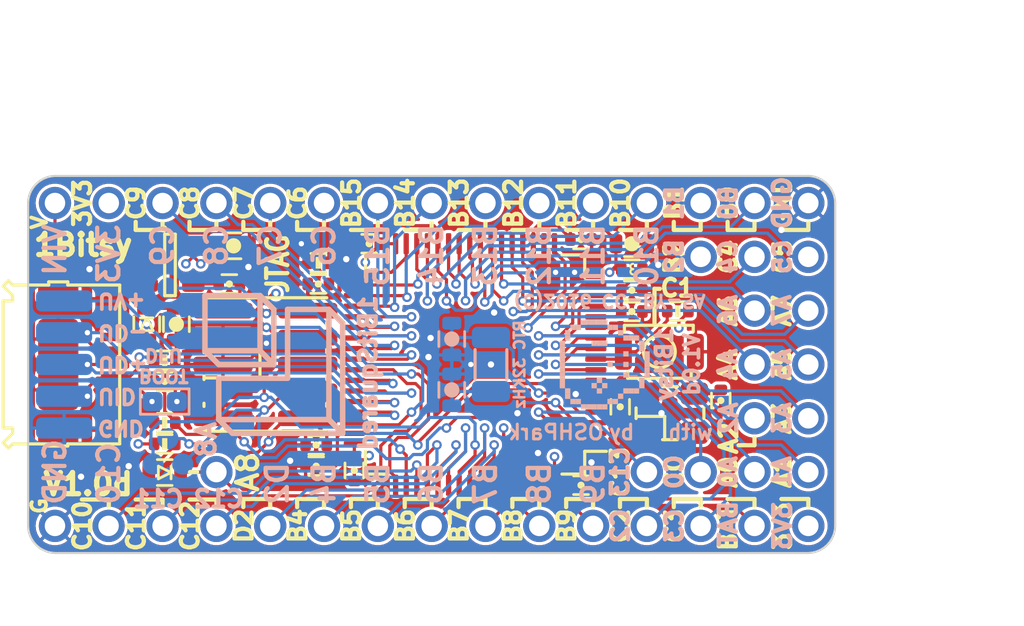
<source format=kicad_pcb>
(kicad_pcb (version 20221018) (generator pcbnew)
  (title_block (title "1BitSy") (rev "V1.0d") (company "1BitSquared") (comment 1 "(C) 2016 Piotr Esden-Tempski <piotr@esden.net>") (comment 2 "(C) 2016 1BitSquared LLC <info@1bitsquared.com>") (comment 3 "License: CC-BY-SA V4.0"))
  (layers (0 "F.Cu" signal) (1 "In1.Cu" signal) (2 "In2.Cu" signal) (31 "B.Cu" signal) (34 "B.Paste" user) (35 "F.Paste" user) (36 "B.SilkS" user "B.Silkscreen") (37 "F.SilkS" user "F.Silkscreen") (38 "B.Mask" user) (39 "F.Mask" user) (44 "Edge.Cuts" user))
  (net 0 "")
  (net 1 "/VIN")
  (net 2 "GND")
  (net 3 "Net-(C2-Pad1)")
  (net 4 "Net-(C3-Pad1)")
  (net 5 "+3V3")
  (net 6 "/OSC32_IN")
  (net 7 "/OSC32_OUT")
  (net 8 "/OSC_IN")
  (net 9 "/OSC_OUT")
  (net 10 "/USB_VBUS")
  (net 11 "/BOOT0")
  (net 12 "Net-(C16-Pad1)")
  (net 13 "Net-(C17-Pad1)")
  (net 14 "/JTAG_RST")
  (net 15 "Net-(LED1-PadA)")
  (net 16 "/PA0")
  (net 17 "/PA1")
  (net 18 "/PA2")
  (net 19 "/PA3")
  (net 20 "/PA4")
  (net 21 "/PA5")
  (net 22 "/PA6")
  (net 23 "/PA7")
  (net 24 "/PA8")
  (net 25 "/PC0")
  (net 26 "/PC2")
  (net 27 "/PC3")
  (net 28 "/PC4")
  (net 29 "/PC5")
  (net 30 "/PC6")
  (net 31 "/PC7")
  (net 32 "/PC8")
  (net 33 "/PC9")
  (net 34 "/PC10")
  (net 35 "/PC11")
  (net 36 "/PC12")
  (net 37 "/PC13")
  (net 38 "/USB_D-")
  (net 39 "/USB_D+")
  (net 40 "/USB_ID")
  (net 41 "/PB0")
  (net 42 "/PB1")
  (net 43 "/PB4")
  (net 44 "/PB5")
  (net 45 "/PB6")
  (net 46 "/PB7")
  (net 47 "/PB8")
  (net 48 "/PB9")
  (net 49 "/PB10")
  (net 50 "/PB11")
  (net 51 "/PB12")
  (net 52 "/PB13")
  (net 53 "/PB14")
  (net 54 "/PB15")
  (net 55 "/JTAG_TMS")
  (net 56 "/JTAG_TCK")
  (net 57 "/JTAG_TDI")
  (net 58 "/JTAG_TDO")
  (net 59 "Net-(C15-Pad1)")
  (net 60 "/PB2")
  (net 61 "/BUTTON")
  (net 62 "/VBAT")
  (net 63 "/PD2")
  (footprint "pkl_dipol:C_0603" (layer "F.Cu") (at 107.33 43.82 -90)
    (fp_text reference "C1")
    (fp_text value "4u7")
  )
  (footprint "pkl_dipol:C_0402" (layer "F.Cu") (at 128.83 42.22)
    (fp_text reference "C2")
    (fp_text value "1u")
  )
  (footprint "pkl_dipol:C_0402" (layer "F.Cu") (at 109.83 41.92)
    (fp_text reference "C3")
    (fp_text value "470p")
  )
  (footprint "pkl_dipol:C_0402" (layer "F.Cu") (at 128.829999 43.22)
    (fp_text reference "C4")
    (fp_text value "100n")
  )
  (footprint "pkl_dipol:C_0603" (layer "F.Cu") (at 128.83 40.02)
    (fp_text reference "C5")
    (fp_text value "4u7")
  )
  (footprint "pkl_dipol:C_0402" (layer "F.Cu") (at 128.28 47.72 -90)
    (fp_text reference "C8")
    (fp_text value "10p")
  )
  (footprint "pkl_dipol:C_0402" (layer "F.Cu") (at 133.03 47.42 90)
    (fp_text reference "C9")
    (fp_text value "10p")
  )
  (footprint "pkl_dipol:C_0402" (layer "F.Cu") (at 126.43 39.82)
    (fp_text reference "C10")
    (fp_text value "100n")
  )
  (footprint "pkl_dipol:C_0402" (layer "F.Cu") (at 116.43 40.02 180)
    (fp_text reference "C11")
    (fp_text value "100n")
  )
  (footprint "pkl_dipol:C_0402" (layer "F.Cu") (at 115.73 50.72 -90)
    (fp_text reference "C12")
    (fp_text value "100n")
  )
  (footprint "pkl_dipol:C_0603" (layer "F.Cu") (at 110.03 40.12)
    (fp_text reference "C13")
    (fp_text value "4u7")
  )
  (footprint "pkl_dipol:C_0402" (layer "F.Cu") (at 126.43 51.42)
    (fp_text reference "C14")
    (fp_text value "100n")
  )
  (footprint "pkl_dipol:C_0402" (layer "F.Cu") (at 106.78 46.52 180)
    (fp_text reference "C15")
    (fp_text value "1u")
  )
  (footprint "pkl_dipol:C_0402" (layer "F.Cu") (at 113.93 50.52 180)
    (fp_text reference "C16")
    (fp_text value "2u2")
  )
  (footprint "pkl_dipol:C_0402" (layer "F.Cu") (at 114.03 41.92 180)
    (fp_text reference "C17")
    (fp_text value "2u2")
  )
  (footprint "pkl_dipol:C_0402" (layer "F.Cu") (at 113.93 49.52 180)
    (fp_text reference "C18")
    (fp_text value "100n")
  )
  (footprint "pkl_dipol:D_0603" (layer "F.Cu") (at 105.93 43.82 -90)
    (fp_text reference "D1")
    (fp_text value ">100mA")
  )
  (footprint "pkl_dipol:L_0402" (layer "F.Cu") (at 128.83 41.22)
    (fp_text reference "L1")
    (fp_text value "Ferr")
  )
  (footprint "pkl_dipol:D_0603" (layer "F.Cu") (at 106.78 50.82 180)
    (fp_text reference "LED1")
    (fp_text value "ORA")
  )
  (footprint "pkl_pin_headers:Pin_Header_Straight_Round_1x01" (layer "F.Cu") (at 134.62 50.8 180)
    (fp_text reference "P1" hide)
    (fp_text value "CONN_01X01" hide)
  )
  (footprint "pkl_pin_headers:Pin_Header_Straight_Round_1x01" (layer "F.Cu") (at 137.16 50.8 180)
    (fp_text reference "P2" hide)
    (fp_text value "CONN_01X01" hide)
  )
  (footprint "pkl_pin_headers:Pin_Header_Straight_Round_1x01" (layer "F.Cu") (at 134.62 48.26 180)
    (fp_text reference "P3" hide)
    (fp_text value "CONN_01X01" hide)
  )
  (footprint "pkl_pin_headers:Pin_Header_Straight_Round_1x01" (layer "F.Cu") (at 137.16 48.26 180)
    (fp_text reference "P4" hide)
    (fp_text value "CONN_01X01" hide)
  )
  (footprint "pkl_pin_headers:Pin_Header_Straight_Round_1x01" (layer "F.Cu") (at 134.62 45.72 180)
    (fp_text reference "P5" hide)
    (fp_text value "CONN_01X01" hide)
  )
  (footprint "pkl_pin_headers:Pin_Header_Straight_Round_1x01" (layer "F.Cu") (at 137.16 45.72)
    (fp_text reference "P6" hide)
    (fp_text value "CONN_01X01" hide)
  )
  (footprint "pkl_pin_headers:Pin_Header_Straight_Round_1x01" (layer "F.Cu") (at 134.62 43.18 180)
    (fp_text reference "P7" hide)
    (fp_text value "CONN_01X01" hide)
  )
  (footprint "pkl_pin_headers:Pin_Header_Straight_Round_1x01" (layer "F.Cu") (at 137.16 43.18 180)
    (fp_text reference "P8" hide)
    (fp_text value "CONN_01X01" hide)
  )
  (footprint "pkl_pin_headers:Pin_Header_Straight_Round_1x01" (layer "F.Cu") (at 109.22 50.8)
    (fp_text reference "P9" hide)
    (fp_text value "CONN_01X01" hide)
  )
  (footprint "pkl_pin_headers:Pin_Header_Straight_Round_1x01" (layer "F.Cu") (at 132.08 50.8)
    (fp_text reference "P10" hide)
    (fp_text value "CONN_01X01" hide)
  )
  (footprint "pkl_pin_headers:Pin_Header_Straight_Round_1x01" (layer "F.Cu") (at 111.76 53.34)
    (fp_text reference "P11" hide)
    (fp_text value "CONN_01X01" hide)
  )
  (footprint "pkl_pin_headers:Pin_Header_Straight_Round_1x01" (layer "F.Cu") (at 129.54 53.34)
    (fp_text reference "P12" hide)
    (fp_text value "CONN_01X01" hide)
  )
  (footprint "pkl_pin_headers:Pin_Header_Straight_Round_1x01" (layer "F.Cu") (at 132.08 53.34 180)
    (fp_text reference "P13" hide)
    (fp_text value "CONN_01X01" hide)
  )
  (footprint "pkl_pin_headers:Pin_Header_Straight_Round_1x01" (layer "F.Cu") (at 134.62 40.64)
    (fp_text reference "P14" hide)
    (fp_text value "CONN_01X01" hide)
  )
  (footprint "pkl_pin_headers:Pin_Header_Straight_Round_1x01" (layer "F.Cu") (at 137.16 40.64 180)
    (fp_text reference "P15" hide)
    (fp_text value "CONN_01X01" hide)
  )
  (footprint "pkl_pin_headers:Pin_Header_Straight_Round_1x01" (layer "F.Cu") (at 114.3 38.1)
    (fp_text reference "P16" hide)
    (fp_text value "CONN_01X01" hide)
  )
  (footprint "pkl_pin_headers:Pin_Header_Straight_Round_1x01" (layer "F.Cu") (at 111.76 38.1)
    (fp_text reference "P17" hide)
    (fp_text value "CONN_01X01" hide)
  )
  (footprint "pkl_pin_headers:Pin_Header_Straight_Round_1x01" (layer "F.Cu") (at 109.22 38.1)
    (fp_text reference "P18" hide)
    (fp_text value "CONN_01X01" hide)
  )
  (footprint "pkl_pin_headers:Pin_Header_Straight_Round_1x01" (layer "F.Cu") (at 106.68 38.1)
    (fp_text reference "P19" hide)
    (fp_text value "CONN_01X01" hide)
  )
  (footprint "pkl_pin_headers:Pin_Header_Straight_Round_1x01" (layer "F.Cu") (at 104.13 53.34)
    (fp_text reference "P20" hide)
    (fp_text value "CONN_01X01" hide)
  )
  (footprint "pkl_pin_headers:Pin_Header_Straight_Round_1x01" (layer "F.Cu") (at 106.68 53.34 180)
    (fp_text reference "P21" hide)
    (fp_text value "CONN_01X01" hide)
  )
  (footprint "pkl_pin_headers:Pin_Header_Straight_Round_1x01" (layer "F.Cu") (at 109.22 53.34)
    (fp_text reference "P22" hide)
    (fp_text value "CONN_01X01" hide)
  )
  (footprint "pkl_pin_headers:Pin_Header_Straight_Round_1x01" (layer "F.Cu") (at 129.54 50.8)
    (fp_text reference "P23" hide)
    (fp_text value "CONN_01X01" hide)
  )
  (footprint "pkl_connectors:Connector_USB_Micro_B_SMD" (layer "F.Cu") (at 101.755 45.72 180)
    (fp_text reference "P24")
    (fp_text value "USB_OTG")
  )
  (footprint "pkl_pin_headers:Pin_Header_Straight_Round_1x01" (layer "F.Cu") (at 134.62 38.1)
    (fp_text reference "P25" hide)
    (fp_text value "CONN_01X01" hide)
  )
  (footprint "pkl_pin_headers:Pin_Header_Straight_Round_1x01" (layer "F.Cu") (at 132.08 38.1)
    (fp_text reference "P26" hide)
    (fp_text value "CONN_01X01" hide)
  )
  (footprint "pkl_pin_headers:Pin_Header_Straight_Round_1x01" (layer "F.Cu") (at 132.08 40.64)
    (fp_text reference "P27" hide)
    (fp_text value "CONN_01X01" hide)
  )
  (footprint "pkl_pin_headers:Pin_Header_Straight_Round_1x01" (layer "F.Cu") (at 114.3 53.34)
    (fp_text reference "P28" hide)
    (fp_text value "CONN_01X01" hide)
  )
  (footprint "pkl_pin_headers:Pin_Header_Straight_Round_1x01" (layer "F.Cu") (at 116.84 53.34 180)
    (fp_text reference "P29" hide)
    (fp_text value "CONN_01X01" hide)
  )
  (footprint "pkl_pin_headers:Pin_Header_Straight_Round_1x01" (layer "F.Cu") (at 119.38 53.34 180)
    (fp_text reference "P30" hide)
    (fp_text value "CONN_01X01" hide)
  )
  (footprint "pkl_pin_headers:Pin_Header_Straight_Round_1x01" (layer "F.Cu") (at 121.92 53.34 180)
    (fp_text reference "P31" hide)
    (fp_text value "CONN_01X01" hide)
  )
  (footprint "pkl_pin_headers:Pin_Header_Straight_Round_1x01" (layer "F.Cu") (at 124.46 53.34 180)
    (fp_text reference "P32" hide)
    (fp_text value "CONN_01X01" hide)
  )
  (footprint "pkl_pin_headers:Pin_Header_Straight_Round_1x01" (layer "F.Cu") (at 127 53.34)
    (fp_text reference "P33" hide)
    (fp_text value "CONN_01X01" hide)
  )
  (footprint "pkl_pin_headers:Pin_Header_Straight_Round_1x01" (layer "F.Cu") (at 129.54 38.1 180)
    (fp_text reference "P34" hide)
    (fp_text value "CONN_01X01" hide)
  )
  (footprint "pkl_pin_headers:Pin_Header_Straight_Round_1x01" (layer "F.Cu") (at 127 38.1)
    (fp_text reference "P35" hide)
    (fp_text value "CONN_01X01" hide)
  )
  (footprint "pkl_pin_headers:Pin_Header_Straight_Round_1x01" (layer "F.Cu") (at 124.46 38.1)
    (fp_text reference "P36" hide)
    (fp_text value "CONN_01X01" hide)
  )
  (footprint "pkl_pin_headers:Pin_Header_Straight_Round_1x01" (layer "F.Cu") (at 121.92 38.1)
    (fp_text reference "P37" hide)
    (fp_text value "CONN_01X01" hide)
  )
  (footprint "pkl_pin_headers:Pin_Header_Straight_Round_1x01" (layer "F.Cu") (at 119.38 38.1)
    (fp_text reference "P38" hide)
    (fp_text value "CONN_01X01" hide)
  )
  (footprint "pkl_pin_headers:Pin_Header_Straight_Round_1x01" (layer "F.Cu") (at 116.84 38.1 180)
    (fp_text reference "P39" hide)
    (fp_text value "CONN_01X01" hide)
  )
  (footprint "pkl_dipol:R_0402" (layer "F.Cu") (at 106.78 45.52)
    (fp_text reference "R1")
    (fp_text value "10k")
  )
  (footprint "pkl_dipol:R_0402" (layer "F.Cu") (at 114.03 40.92 180)
    (fp_text reference "R2")
    (fp_text value "10k")
  )
  (footprint "pkl_dipol:R_0402" (layer "F.Cu") (at 106.78 48.47 180)
    (fp_text reference "R3")
    (fp_text value "10k")
  )
  (footprint "pkl_dipol:R_0402" (layer "F.Cu") (at 106.78 49.47)
    (fp_text reference "R4")
    (fp_text value "300")
  )
  (footprint "pkl_dipol:R_0402" (layer "F.Cu") (at 131 43.2 180)
    (fp_text reference "R5")
    (fp_text value "10k")
  )
  (footprint "pkl_housings_sot:SOT-23-5" (layer "F.Cu") (at 107.03 41.02 180)
    (fp_text reference "U1")
    (fp_text value "VREG_3V3")
  )
  (footprint "pkl_housings_qfp:LQFP-64_10x10mm_Pitch0.5mm" (layer "F.Cu") (at 121.43 45.72 180)
    (fp_text reference "U2")
    (fp_text value "STM32F415RGT")
  )
  (footprint "pkl_misc:ABM8" (layer "F.Cu") (at 130.63 48.02)
    (fp_text reference "X2")
    (fp_text value "25MHz")
  )
  (footprint "pkl_samtec:FTSH-105-XX-X-DV" (layer "F.Cu") (at 111.53 45.72 90)
    (fp_text reference "X3")
    (fp_text value "JTAG-10")
  )
  (footprint "pkl_pin_headers:Pin_Header_Straight_Round_1x01" (layer "F.Cu") (at 101.6 38.1)
    (fp_text reference "P40" hide)
    (fp_text value "CONN_01X01" hide)
  )
  (footprint "pkl_pin_headers:Pin_Header_Straight_Round_1x01" (layer "F.Cu") (at 101.6 53.34)
    (fp_text reference "P41" hide)
    (fp_text value "CONN_01X01" hide)
  )
  (footprint "pkl_buttons_switches:Tact_Switch_Top_B3U-1000P" (layer "F.Cu") (at 130.13 45.12 -90)
    (fp_text reference "SW1")
    (fp_text value "TACT_G")
  )
  (footprint "pkl_pin_headers:Pin_Header_Straight_Round_1x01" (layer "F.Cu") (at 104.14 38.1)
    (fp_text reference "P42" hide)
    (fp_text value "CONN_01X01" hide)
  )
  (footprint "pkl_misc:via0305" (layer "F.Cu") (at 105.0798 50.5206)
    (fp_text reference "REF**" hide)
    (fp_text value "via0305" hide)
  )
  (footprint "pkl_misc:via0305" (layer "F.Cu") (at 103.23 41.22)
    (fp_text reference "REF**" hide)
    (fp_text value "via0305" hide)
  )
  (footprint "pkl_pin_headers:Pin_Header_Straight_Round_1x01" (layer "F.Cu") (at 134.62 53.34)
    (fp_text reference "P53" hide)
    (fp_text value "CONN_01X01" hide)
  )
  (footprint "pkl_pin_headers:Pin_Header_Straight_Round_1x01" (layer "F.Cu") (at 137.16 53.34)
    (fp_text reference "P54" hide)
    (fp_text value "CONN_01X01" hide)
  )
  (footprint "pkl_pin_headers:Pin_Header_Straight_Round_1x01" (layer "F.Cu") (at 137.16 38.1)
    (fp_text reference "P55" hide)
    (fp_text value "CONN_01X01" hide)
  )
  (footprint "pkl_misc:via0305" (layer "F.Cu") (at 119.33 44.47)
    (fp_text reference "REF**" hide)
    (fp_text value "via0305" hide)
  )
  (footprint "pkl_misc:via0305" (layer "F.Cu") (at 122.18 45.72)
    (fp_text reference "REF**" hide)
    (fp_text value "via0305" hide)
  )
  (footprint "pkl_misc:via0305" (layer "F.Cu") (at 122.33 43.27)
    (fp_text reference "REF**" hide)
    (fp_text value "via0305" hide)
  )
  (footprint "pkl_misc:via0305" (layer "F.Cu") (at 102.83 51.02)
    (fp_text reference "REF**" hide)
    (fp_text value "via0305" hide)
  )
  (footprint "pkl_misc:via0305" (layer "F.Cu") (at 110.73 41.12)
    (fp_text reference "REF**" hide)
    (fp_text value "via0305" hide)
  )
  (footprint "pkl_misc:via0305" (layer "F.Cu") (at 126.9238 50.3428)
    (fp_text reference "REF**" hide)
    (fp_text value "via0305" hide)
  )
  (footprint "pkl_misc:via0305" (layer "F.Cu") (at 119.23 45.37)
    (fp_text reference "REF**" hide)
    (fp_text value "via0305" hide)
  )
  (footprint "pkl_misc:via0305" (layer "F.Cu") (at 135.89 39.37)
    (fp_text reference "REF**" hide)
    (fp_text value "via0305" hide)
  )
  (footprint "pkl_misc:via0305" (layer "F.Cu") (at 124.4 49.9)
    (fp_text reference "REF**" hide)
    (fp_text value "via0305" hide)
  )
  (footprint "pkl_misc:via0305" (layer "F.Cu") (at 123.43 48.02)
    (fp_text reference "REF**" hide)
    (fp_text value "via0305" hide)
  )
  (footprint "pkl_misc:via0305" (layer "F.Cu") (at 126.18 47.12)
    (fp_text reference "REF**" hide)
    (fp_text value "via0305" hide)
  )
  (footprint "pkl_misc:via0305" (layer "F.Cu") (at 130.23 48.02)
    (fp_text reference "REF**" hide)
    (fp_text value "via0305" hide)
  )
  (footprint "pkl_misc:via0305" (layer "F.Cu") (at 112.6998 50.2666)
    (fp_text reference "REF**" hide)
    (fp_text value "via0305" hide)
  )
  (footprint "pkl_misc:via0305" (layer "F.Cu") (at 130.08 41.02)
    (fp_text reference "REF**" hide)
    (fp_text value "via0305" hide)
  )
  (footprint "pkl_misc:via0305" (layer "F.Cu") (at 115.35 40.75)
    (fp_text reference "REF**" hide)
    (fp_text value "via0305" hide)
  )
  (footprint "pkl_dipol:C_0603" (layer "B.Cu") (at 120.33 46.92 -90)
    (fp_text reference "C6")
    (fp_text value "10p")
  )
  (footprint "pkl_dipol:C_0603" (layer "B.Cu") (at 120.33 44.52 90)
    (fp_text reference "C7")
    (fp_text value "10p")
  )
  (footprint "pkl_jumpers:J_0603" (layer "B.Cu") (at 106.78 47.47)
    (fp_text reference "J1" hide)
    (fp_text value "BOOT" hide)
  )
  (footprint "pkl_misc:ABS07" (layer "B.Cu") (at 122.18 45.72 -90)
    (fp_text reference "X1")
    (fp_text value "32.768kHz")
  )
  (footprint "pkl_pads:POGO_PAD_SMD_R_1x1" (layer "B.Cu") (at 106.93 42.12)
    (fp_text reference "P43" hide)
    (fp_text value "TP" hide)
  )
  (footprint "pkl_pads:POGO_PAD_SMD_R_1x1" (layer "B.Cu") (at 106.93 43.72)
    (fp_text reference "P44" hide)
    (fp_text value "TP" hide)
  )
  (footprint "pkl_pads:POGO_PAD_SMD_R_1x1" (layer "B.Cu") (at 106.23 50.42)
    (fp_text reference "P45" hide)
    (fp_text value "TP" hide)
  )
  (footprint "pkl_pads:POGO_PAD_SMD_R_1x1" (layer "B.Cu") (at 107.63 50.42)
    (fp_text reference "P46" hide)
    (fp_text value "TP" hide)
  )
  (footprint "pkl_pads:POGO_PAD_SMD_R_1x1" (layer "B.Cu") (at 106.93 49.22)
    (fp_text reference "P47" hide)
    (fp_text value "TP" hide)
  )
  (footprint "pkl_pads:PAD_SMD_1x2.65" (layer "B.Cu") (at 102.03 42.72)
    (fp_text reference "P48" hide)
    (fp_text value "CONN_01X01" hide)
  )
  (footprint "pkl_pads:PAD_SMD_1x2.65" (layer "B.Cu") (at 102.03 44.22)
    (fp_text reference "P49" hide)
    (fp_text value "CONN_01X01" hide)
  )
  (footprint "pkl_pads:PAD_SMD_1x2.65" (layer "B.Cu") (at 102.03 45.72)
    (fp_text reference "P50" hide)
    (fp_text value "CONN_01X01" hide)
  )
  (footprint "pkl_pads:PAD_SMD_1x2.65" (layer "B.Cu") (at 102.03 47.22)
    (fp_text reference "P51" hide)
    (fp_text value "CONN_01X01" hide)
  )
  (footprint "pkl_pads:PAD_SMD_1x2.65" (layer "B.Cu") (at 102.03 48.72)
    (fp_text reference "P52" hide)
    (fp_text value "CONN_01X01" hide)
  )
  (footprint "pkl_logos:1bitsy_silk_025grid" (layer "B.Cu") (at 127.0508 45.72 -90)
    (fp_text reference "REF**" hide)
    (fp_text value "1bitsy_copper_025grid" hide)
  )
  (footprint "pkl_logos:heart_mask_015grid" (layer "B.Cu") (at 129.6718 48.8696 180)
    (fp_text reference "REF**" hide)
    (fp_text value "heart_mask_010grid" hide)
  )
  (footprint "pkl_logos:1b2_Logo_SilkS_6.5mm" (layer "B.Cu") (at 111.93 45.72 -90)
    (fp_text reference "REF**" hide)
    (fp_text value "1b2_Logo_SilkS_6.5mm" hide)
  )
  (gr_line (start 109.22 52.0954) (end 109.22 52.4256) (stroke (width 0.2)) (layer "F.SilkS"))
  (gr_line (start 104.14 52.0954) (end 104.14 52.4256) (stroke (width 0.2)) (layer "F.SilkS"))
  (gr_line (start 132.08 39.37) (end 132.08 39.0144) (stroke (width 0.2)) (layer "F.SilkS"))
  (gr_line (start 132.08 52.07) (end 132.08 52.4256) (stroke (width 0.2)) (layer "F.SilkS"))
  (gr_line (start 120.65 39.37) (end 121.92 39.37) (stroke (width 0.2)) (layer "F.SilkS"))
  (gr_line (start 133.35 52.07) (end 134.62 52.07) (stroke (width 0.2)) (layer "F.SilkS"))
  (gr_line (start 134.62 39.37) (end 134.62 39.0144) (stroke (width 0.2)) (layer "F.SilkS"))
  (gr_line (start 110.49 39.37) (end 111.76 39.37) (stroke (width 0.2)) (layer "F.SilkS"))
  (gr_line (start 135.89 39.37) (end 137.16 39.37) (stroke (width 0.2)) (layer "F.SilkS"))
  (gr_line (start 102.87 52.0954) (end 104.14 52.0954) (stroke (width 0.2)) (layer "F.SilkS"))
  (gr_line (start 123.19 52.451) (end 123.19 52.07) (stroke (width 0.2)) (layer "F.SilkS"))
  (gr_line (start 135.89 52.07) (end 137.16 52.07) (stroke (width 0.2)) (layer "F.SilkS"))
  (gr_line (start 114.3 52.07) (end 114.3 52.4256) (stroke (width 0.2)) (layer "F.SilkS"))
  (gr_line (start 133.35 39.37) (end 134.62 39.37) (stroke (width 0.2)) (layer "F.SilkS"))
  (gr_line (start 130.81 52.451) (end 130.81 52.07) (stroke (width 0.2)) (layer "F.SilkS"))
  (gr_line (start 118.11 39.37) (end 119.38 39.37) (stroke (width 0.2)) (layer "F.SilkS"))
  (gr_line (start 128.27 52.07) (end 129.54 52.07) (stroke (width 0.2)) (layer "F.SilkS"))
  (gr_line (start 121.92 52.07) (end 121.92 52.4256) (stroke (width 0.2)) (layer "F.SilkS"))
  (gr_line (start 134.62 49.53) (end 134.62 49.1744) (stroke (width 0.2)) (layer "F.SilkS"))
  (gr_line (start 116.84 39.37) (end 116.84 39.0144) (stroke (width 0.2)) (layer "F.SilkS"))
  (gr_line (start 110.49 52.451) (end 110.49 52.07) (stroke (width 0.2)) (layer "F.SilkS"))
  (gr_line (start 118.11 52.07) (end 118.11 52.451) (stroke (width 0.2)) (layer "F.SilkS"))
  (gr_line (start 125.73 39.37) (end 127 39.37) (stroke (width 0.2)) (layer "F.SilkS"))
  (gr_line (start 124.46 39.37) (end 124.46 39.0144) (stroke (width 0.2)) (layer "F.SilkS"))
  (gr_line (start 108.3056 50.8) (end 107.9754 50.8) (stroke (width 0.2)) (layer "F.SilkS"))
  (gr_line (start 110.49 38.989) (end 110.49 39.37) (stroke (width 0.2)) (layer "F.SilkS"))
  (gr_line (start 119.38 52.07) (end 119.38 52.4256) (stroke (width 0.2)) (layer "F.SilkS"))
  (gr_line (start 125.73 52.07) (end 127 52.07) (stroke (width 0.2)) (layer "F.SilkS"))
  (gr_line (start 115.57 52.07) (end 115.57 52.451) (stroke (width 0.2)) (layer "F.SilkS"))
  (gr_line (start 115.57 52.07) (end 116.84 52.07) (stroke (width 0.2)) (layer "F.SilkS"))
  (gr_line (start 120.65 52.07) (end 121.92 52.07) (stroke (width 0.2)) (layer "F.SilkS"))
  (gr_line (start 130.81 52.07) (end 132.08 52.07) (stroke (width 0.2)) (layer "F.SilkS"))
  (gr_line (start 128.27 52.451) (end 128.27 52.07) (stroke (width 0.2)) (layer "F.SilkS"))
  (gr_line (start 113.03 39.37) (end 114.3 39.37) (stroke (width 0.2)) (layer "F.SilkS"))
  (gr_line (start 106.68 52.0954) (end 106.68 52.4256) (stroke (width 0.2)) (layer "F.SilkS"))
  (gr_line (start 105.41 38.989) (end 105.41 39.37) (stroke (width 0.2)) (layer "F.SilkS"))
  (gr_line (start 113.03 52.07) (end 113.03 52.451) (stroke (width 0.2)) (layer "F.SilkS"))
  (gr_line (start 123.19 52.07) (end 124.46 52.07) (stroke (width 0.2)) (layer "F.SilkS"))
  (gr_line (start 113.03 38.989) (end 113.03 39.37) (stroke (width 0.2)) (layer "F.SilkS"))
  (gr_line (start 110.49 52.07) (end 111.76 52.07) (stroke (width 0.2)) (layer "F.SilkS"))
  (gr_line (start 109.22 39.37) (end 109.22 39.0144) (stroke (width 0.2)) (layer "F.SilkS"))
  (gr_line (start 129.9 42.15) (end 129.9 43.85) (stroke (width 0.2)) (layer "F.SilkS"))
  (gr_line (start 118.11 52.07) (end 119.38 52.07) (stroke (width 0.2)) (layer "F.SilkS"))
  (gr_line (start 127 39.37) (end 127 39.0144) (stroke (width 0.2)) (layer "F.SilkS"))
  (gr_line (start 128.27 39.37) (end 129.54 39.37) (stroke (width 0.2)) (layer "F.SilkS"))
  (gr_line (start 107.95 39.37) (end 109.22 39.37) (stroke (width 0.2)) (layer "F.SilkS"))
  (gr_line (start 137.16 52.07) (end 137.16 52.4256) (stroke (width 0.2)) (layer "F.SilkS"))
  (gr_line (start 107.95 38.989) (end 107.95 39.37) (stroke (width 0.2)) (layer "F.SilkS"))
  (gr_line (start 123.19 39.37) (end 124.46 39.37) (stroke (width 0.2)) (layer "F.SilkS"))
  (gr_line (start 133.8692 49.53) (end 134.62 49.53) (stroke (width 0.2)) (layer "F.SilkS"))
  (gr_line (start 111.76 39.37) (end 111.76 39.0144) (stroke (width 0.2)) (layer "F.SilkS"))
  (gr_line (start 127 52.07) (end 127 52.4256) (stroke (width 0.2)) (layer "F.SilkS"))
  (gr_line (start 125.73 52.451) (end 125.73 52.07) (stroke (width 0.2)) (layer "F.SilkS"))
  (gr_line (start 107.95 52.0954) (end 109.22 52.0954) (stroke (width 0.2)) (layer "F.SilkS"))
  (gr_line (start 130.81 39.37) (end 132.08 39.37) (stroke (width 0.2)) (layer "F.SilkS"))
  (gr_line (start 134.62 52.07) (end 134.62 52.4256) (stroke (width 0.2)) (layer "F.SilkS"))
  (gr_line (start 120.65 52.451) (end 120.65 52.07) (stroke (width 0.2)) (layer "F.SilkS"))
  (gr_line (start 129.54 39.37) (end 129.54 39.0144) (stroke (width 0.2)) (layer "F.SilkS"))
  (gr_line (start 114.3 39.37) (end 114.3 39.0144) (stroke (width 0.2)) (layer "F.SilkS"))
  (gr_line (start 129.54 52.07) (end 129.54 52.4256) (stroke (width 0.2)) (layer "F.SilkS"))
  (gr_line (start 124.46 52.07) (end 124.46 52.4256) (stroke (width 0.2)) (layer "F.SilkS"))
  (gr_line (start 121.92 39.37) (end 121.92 39.0144) (stroke (width 0.2)) (layer "F.SilkS"))
  (gr_line (start 111.76 52.07) (end 111.76 52.4256) (stroke (width 0.2)) (layer "F.SilkS"))
  (gr_line (start 137.16 39.37) (end 137.16 39.0144) (stroke (width 0.2)) (layer "F.SilkS"))
  (gr_line (start 130.15 42.15) (end 129.9 42.15) (stroke (width 0.2)) (layer "F.SilkS"))
  (gr_line (start 130.81 38.989) (end 130.81 39.37) (stroke (width 0.2)) (layer "F.SilkS"))
  (gr_line (start 105.41 39.37) (end 106.68 39.37) (stroke (width 0.2)) (layer "F.SilkS"))
  (gr_line (start 106.68 39.37) (end 106.68 39.0144) (stroke (width 0.2)) (layer "F.SilkS"))
  (gr_line (start 105.41 52.0954) (end 106.68 52.0954) (stroke (width 0.2)) (layer "F.SilkS"))
  (gr_line (start 115.57 39.37) (end 116.84 39.37) (stroke (width 0.2)) (layer "F.SilkS"))
  (gr_line (start 116.84 52.07) (end 116.84 52.4256) (stroke (width 0.2)) (layer "F.SilkS"))
  (gr_line (start 133.35 38.989) (end 133.35 39.37) (stroke (width 0.2)) (layer "F.SilkS"))
  (gr_line (start 119.38 39.37) (end 119.38 39.0144) (stroke (width 0.2)) (layer "F.SilkS"))
  (gr_line (start 113.03 52.07) (end 114.3 52.07) (stroke (width 0.2)) (layer "F.SilkS"))
  (gr_line (start 137.13 54.62) (end 101.63 54.62) (stroke (width 0.1)) (layer "Edge.Cuts"))
  (gr_line (start 101.63 36.82) (end 137.13 36.82) (stroke (width 0.1)) (layer "Edge.Cuts"))
  (gr_arc (start 137.13 36.82) (mid 138.049239 37.200761) (end 138.43 38.12) (stroke (width 0.1)) (layer "Edge.Cuts"))
  (gr_arc (start 101.63 54.62) (mid 100.710761 54.239239) (end 100.33 53.32) (stroke (width 0.1)) (layer "Edge.Cuts"))
  (gr_arc (start 100.33 38.12) (mid 100.710761 37.200761) (end 101.63 36.82) (stroke (width 0.1)) (layer "Edge.Cuts"))
  (gr_arc (start 138.43 53.32) (mid 138.049239 54.239239) (end 137.13 54.62) (stroke (width 0.1)) (layer "Edge.Cuts"))
  (gr_line (start 100.33 53.32) (end 100.33 38.12) (stroke (width 0.1)) (layer "Edge.Cuts"))
  (gr_line (start 138.43 38.12) (end 138.43 53.32) (stroke (width 0.1)) (layer "Edge.Cuts"))
  (gr_text "VIN" (at 101.6 38.989 90) (layer "B.SilkS") (effects (font (size 1 1) (thickness 0.2)) (justify left mirror)))
  (gr_text "3V3" (at 104.14 38.989 90) (layer "B.SilkS") (effects (font (size 1 1) (thickness 0.2)) (justify left mirror)))
  (gr_text "V1.0d" (at 131.66 45.72 90) (layer "B.SilkS") (effects (font (size 0.7 0.7) (thickness 0.175)) (justify mirror)))
  (gr_text "(C)2016 CC-BY-SA" (at 132.38 42.72 180) (layer "B.SilkS") (effects (font (size 0.6 0.6) (thickness 0.14)) (justify right mirror)))
  (gr_text "UV+" (at 103.53 42.72 180) (layer "B.SilkS") (effects (font (size 0.7 0.7) (thickness 0.175)) (justify left mirror)))
  (gr_text "UD-" (at 103.53 44.22 180) (layer "B.SilkS") (effects (font (size 0.7 0.7) (thickness 0.175)) (justify left mirror)))
  (gr_text "UD+" (at 103.53 45.72 180) (layer "B.SilkS") (effects (font (size 0.7 0.7) (thickness 0.175)) (justify left mirror)))
  (gr_text "UID" (at 103.53 47.22 180) (layer "B.SilkS") (effects (font (size 0.7 0.7) (thickness 0.175)) (justify left mirror)))
  (gr_text "GND" (at 103.53 48.72 180) (layer "B.SilkS") (effects (font (size 0.7 0.7) (thickness 0.175)) (justify left mirror)))
  (gr_text "BOOT\nDFU" (at 106.73 45.77 180) (layer "B.SilkS") (effects (font (size 0.6 0.6)) (justify mirror)))
  (gr_text "RTC 32KHz" (at 123.53 45.72 90) (layer "B.SilkS") (effects (font (size 0.5 0.5) (thickness 0.125)) (justify mirror)))
  (gr_text "A8" (at 108.73 49.27 90) (layer "B.SilkS") (effects (font (size 0.9 0.9) (thickness 0.2)) (justify mirror)))
  (gr_text "B2" (at 130.8354 40.6146 90) (layer "B.SilkS") (effects (font (size 0.8 0.8) (thickness 0.2)) (justify mirror)))
  (gr_text "1Bitsy" (at 130.36 45.72 90) (layer "B.SilkS") (effects (font (size 0.75 0.75) (thickness 0.1875)) (justify mirror)))
  (gr_text "OSHPark" (at 122.93 48.9184) (layer "B.SilkS") (effects (font (size 0.7 0.7) (thickness 0.14)) (justify right mirror)))
  (gr_text "C0" (at 130.8354 50.8 90) (layer "B.SilkS") (effects (font (size 0.8 0.8) (thickness 0.2)) (justify mirror)))
  (gr_text "C13" (at 128.27 50.8 90) (layer "B.SilkS") (effects (font (size 0.8 0.8) (thickness 0.2)) (justify mirror)))
  (gr_text "C9" (at 106.68 38.989 90) (layer "B.SilkS") (effects (font (size 1 1) (thickness 0.2)) (justify left mirror)))
  (gr_text "C8" (at 109.22 38.989 90) (layer "B.SilkS") (effects (font (size 1 1) (thickness 0.2)) (justify left mirror)))
  (gr_text "C7" (at 111.76 38.989 90) (layer "B.SilkS") (effects (font (size 1 1) (thickness 0.2)) (justify left mirror)))
  (gr_text "C6" (at 114.3 38.989 90) (layer "B.SilkS") (effects (font (size 1 1) (thickness 0.2)) (justify left mirror)))
  (gr_text "B15" (at 116.84 38.989 90) (layer "B.SilkS") (effects (font (size 1 1) (thickness 0.2)) (justify left mirror)))
  (gr_text "B14" (at 119.38 38.989 90) (layer "B.SilkS") (effects (font (size 1 1) (thickness 0.2)) (justify left mirror)))
  (gr_text "B13" (at 121.92 38.989 90) (layer "B.SilkS") (effects (font (size 1 1) (thickness 0.2)) (justify left mirror)))
  (gr_text "B12" (at 124.46 38.989 90) (layer "B.SilkS") (effects (font (size 1 1) (thickness 0.2)) (justify left mirror)))
  (gr_text "B11" (at 127 38.989 90) (layer "B.SilkS") (effects (font (size 1 1) (thickness 0.2)) (justify left mirror)))
  (gr_text "B10" (at 129.54 38.989 90) (layer "B.SilkS") (effects (font (size 1 1) (thickness 0.2)) (justify left mirror)))
  (gr_text "B1" (at 130.8354 38.1 90) (layer "B.SilkS") (effects (font (size 0.8 0.8) (thickness 0.2)) (justify mirror)))
  (gr_text "B0" (at 133.3754 38.1 90) (layer "B.SilkS") (effects (font (size 0.8 0.8) (thickness 0.2)) (justify mirror)))
  (gr_text "C10" (at 104.14 52.451 90) (layer "B.SilkS") (effects (font (size 1 1) (thickness 0.2)) (justify right mirror)))
  (gr_text "C11" (at 106.48 52.07) (layer "B.SilkS") (effects (font (size 0.8 0.8) (thickness 0.2)) (justify mirror)))
  (gr_text "C12" (at 109.33 52.07) (layer "B.SilkS") (effects (font (size 0.8 0.8) (thickness 0.2)) (justify mirror)))
  (gr_text "D2" (at 112.0902 52.451 90) (layer "B.SilkS") (effects (font (size 1 1) (thickness 0.2)) (justify right mirror)))
  (gr_text "B4" (at 114.3 52.451 90) (layer "B.SilkS") (effects (font (size 1 1) (thickness 0.2)) (justify right mirror)))
  (gr_text "B5" (at 116.84 52.451 90) (layer "B.SilkS") (effects (font (size 1 1) (thickness 0.2)) (justify right mirror)))
  (gr_text "B6" (at 119.3546 52.451 90) (layer "B.SilkS") (effects (font (size 1 1) (thickness 0.2)) (justify right mirror)))
  (gr_text "B7" (at 121.92 52.451 90) (layer "B.SilkS") (effects (font (size 1 1) (thickness 0.2)) (justify right mirror)))
  (gr_text "B8" (at 124.46 52.451 90) (layer "B.SilkS") (effects (font (size 1 1) (thickness 0.2)) (justify right mirror)))
  (gr_text "B9" (at 127 52.451 90) (layer "B.SilkS") (effects (font (size 1 1) (thickness 0.2)) (justify right mirror)))
  (gr_text "C2" (at 128.2954 53.34 90) (layer "B.SilkS") (effects (font (size 0.8 0.8) (thickness 0.2)) (justify mirror)))
  (gr_text "C3" (at 130.8354 53.34 90) (layer "B.SilkS") (effects (font (size 0.8 0.8) (thickness 0.2)) (justify mirror)))
  (gr_text "BAT" (at 133.3754 53.2384 90) (layer "B.SilkS") (effects (font (size 0.8 0.8) (thickness 0.2)) (justify mirror)))
  (gr_text "3V3" (at 135.9408 53.34 90) (layer "B.SilkS") (effects (font (size 0.8 0.8) (thickness 0.2)) (justify mirror)))
  (gr_text "GND" (at 135.9154 38.1 90) (layer "B.SilkS") (effects (font (size 0.8 0.8) (thickness 0.2)) (justify mirror)))
  (gr_text "C5" (at 135.9408 40.64 90) (layer "B.SilkS") (effects (font (size 0.8 0.8) (thickness 0.2)) (justify mirror)))
  (gr_text "C4" (at 133.3754 40.64 90) (layer "B.SilkS") (effects (font (size 0.8 0.8) (thickness 0.2)) (justify mirror)))
  (gr_text "A6" (at 133.3754 43.18 90) (layer "B.SilkS") (effects (font (size 0.8 0.8) (thickness 0.2)) (justify mirror)))
  (gr_text "A7" (at 135.9154 43.18 90) (layer "B.SilkS") (effects (font (size 0.8 0.8) (thickness 0.2)) (justify mirror)))
  (gr_text "A4" (at 133.3754 45.72 90) (layer "B.SilkS") (effects (font (size 0.8 0.8) (thickness 0.2)) (justify mirror)))
  (gr_text "A5" (at 135.9154 45.72 90) (layer "B.SilkS") (effects (font (size 0.8 0.8) (thickness 0.2)) (justify mirror)))
  (gr_text "A3" (at 135.9154 48.26 90) (layer "B.SilkS") (effects (font (size 0.8 0.8) (thickness 0.2)) (justify mirror)))
  (gr_text "A2" (at 133.4 48.26 90) (layer "B.SilkS") (effects (font (size 0.8 0.8) (thickness 0.2)) (justify mirror)))
  (gr_text "A1" (at 135.9154 50.8 90) (layer "B.SilkS") (effects (font (size 0.8 0.8) (thickness 0.2)) (justify mirror)))
  (gr_text "A0" (at 133.3754 50.8 90) (layer "B.SilkS") (effects (font (size 0.8 0.8) (thickness 0.2)) (justify mirror)))
  (gr_text "with   by" (at 127.68 48.9184) (layer "B.SilkS") (effects (font (size 0.7 0.7) (thickness 0.14)) (justify right mirror)))
  (gr_text "1BitSquared" (at 116.38 46.12 90) (layer "B.SilkS") (effects (font (size 0.8 0.8) (thickness 0.2)) (justify mirror)))
  (gr_text "GND" (at 101.6 52.451 90) (layer "B.SilkS") (effects (font (size 1 1) (thickness 0.2)) (justify right mirror)))
  (gr_text "1Bitsy" (at 100.48 40.0812) (layer "F.SilkS") (effects (font (size 1 1) (thickness 0.25)) (justify left)))
  (gr_text "V1.0d" (at 100.93 51.37) (layer "F.SilkS") (effects (font (size 1 1) (thickness 0.25)) (justify left)))
  (gr_text "JTAG" (at 112.1156 40.9702 90) (layer "F.SilkS") (effects (font (size 1 0.8) (thickness 0.2))))
  (gr_text "B2" (at 130.8 40.65 90) (layer "F.SilkS") (effects (font (size 0.8 0.8) (thickness 0.2))))
  (gr_text "C1" (at 130.9878 42.1132) (layer "F.SilkS") (effects (font (size 0.8 0.8) (thickness 0.2))))
  (gr_text "A8" (at 110.6932 50.8 90) (layer "F.SilkS") (effects (font (size 1 1) (thickness 0.2))))
  (gr_text "G" (at 100.8634 52.4002 90) (layer "F.SilkS") (effects (font (size 0.7 0.7) (thickness 0.175))))
  (gr_text "C10" (at 102.8954 53.34 90) (layer "F.SilkS") (effects (font (size 0.8 0.8) (thickness 0.2))))
  (gr_text "C11" (at 105.4354 53.34 90) (layer "F.SilkS") (effects (font (size 0.8 0.8) (thickness 0.2))))
  (gr_text "C12" (at 107.9754 53.34 90) (layer "F.SilkS") (effects (font (size 0.8 0.8) (thickness 0.2))))
  (gr_text "D2" (at 110.5154 53.34 90) (layer "F.SilkS") (effects (font (size 0.8 0.8) (thickness 0.2))))
  (gr_text "B4" (at 113.0554 53.34 90) (layer "F.SilkS") (effects (font (size 0.8 0.8) (thickness 0.2))))
  (gr_text "B5" (at 115.5954 53.34 90) (layer "F.SilkS") (effects (font (size 0.8 0.8) (thickness 0.2))))
  (gr_text "B6" (at 118.1354 53.34 90) (layer "F.SilkS") (effects (font (size 0.8 0.8) (thickness 0.2))))
  (gr_text "B7" (at 120.6754 53.34 90) (layer "F.SilkS") (effects (font (size 0.8 0.8) (thickness 0.2))))
  (gr_text "B8" (at 123.2154 53.34 90) (layer "F.SilkS") (effects (font (size 0.8 0.8) (thickness 0.2))))
  (gr_text "B9" (at 125.7554 53.34 90) (layer "F.SilkS") (effects (font (size 0.8 0.8) (thickness 0.2))))
  (gr_text "C2" (at 128.2954 53.34 90) (layer "F.SilkS") (effects (font (size 0.8 0.8) (thickness 0.2))))
  (gr_text "C3" (at 130.8354 53.34 90) (layer "F.SilkS") (effects (font (size 0.8 0.8) (thickness 0.2))))
  (gr_text "BAT" (at 133.3754 53.4416 90) (layer "F.SilkS") (effects (font (size 0.8 0.8) (thickness 0.2))))
  (gr_text "3V3" (at 135.9408 53.34 90) (layer "F.SilkS") (effects (font (size 0.8 0.8) (thickness 0.2))))
  (gr_text "GND" (at 135.9408 38.1 90) (layer "F.SilkS") (effects (font (size 0.8 0.8) (thickness 0.2))))
  (gr_text "C0" (at 130.8354 50.8 90) (layer "F.SilkS") (effects (font (size 0.8 0.8) (thickness 0.2))))
  (gr_text "A0" (at 133.3754 50.8 90) (layer "F.SilkS") (effects (font (size 0.8 0.8) (thickness 0.2))))
  (gr_text "C13" (at 128.27 50.8 90) (layer "F.SilkS") (effects (font (size 0.8 0.8) (thickness 0.2))))
  (gr_text "A1" (at 135.9154 50.8 90) (layer "F.SilkS") (effects (font (size 0.8 0.8) (thickness 0.2))))
  (gr_text "A2" (at 133.4 49.2 90) (layer "F.SilkS") (effects (font (size 0.8 0.8) (thickness 0.2))))
  (gr_text "A3" (at 135.9154 48.26 90) (layer "F.SilkS") (effects (font (size 0.8 0.8) (thickness 0.2))))
  (gr_text "A4" (at 133.3754 45.72 90) (layer "F.SilkS") (effects (font (size 0.8 0.8) (thickness 0.2))))
  (gr_text "A5" (at 135.9154 45.72 90) (layer "F.SilkS") (effects (font (size 0.8 0.8) (thickness 0.2))))
  (gr_text "A6" (at 133.3754 43.18 90) (layer "F.SilkS") (effects (font (size 0.8 0.8) (thickness 0.2))))
  (gr_text "A7" (at 135.9154 43.18 90) (layer "F.SilkS") (effects (font (size 0.8 0.8) (thickness 0.2))))
  (gr_text "C5" (at 135.9408 40.64 90) (layer "F.SilkS") (effects (font (size 0.8 0.8) (thickness 0.2))))
  (gr_text "C4" (at 133.3754 40.64 90) (layer "F.SilkS") (effects (font (size 0.8 0.8) (thickness 0.2))))
  (gr_text "B0" (at 133.3754 38.1 90) (layer "F.SilkS") (effects (font (size 0.8 0.8) (thickness 0.2))))
  (gr_text "B1" (at 130.8354 38.1 90) (layer "F.SilkS") (effects (font (size 0.8 0.8) (thickness 0.2))))
  (gr_text "B10" (at 128.2954 38.1 90) (layer "F.SilkS") (effects (font (size 0.8 0.8) (thickness 0.2))))
  (gr_text "B11" (at 125.7554 38.1 90) (layer "F.SilkS") (effects (font (size 0.8 0.8) (thickness 0.2))))
  (gr_text "B12" (at 123.2408 38.1 90) (layer "F.SilkS") (effects (font (size 0.8 0.8) (thickness 0.2))))
  (gr_text "B13" (at 120.6754 38.1 90) (layer "F.SilkS") (effects (font (size 0.8 0.8) (thickness 0.2))))
  (gr_text "B14" (at 118.1354 38.1 90) (layer "F.SilkS") (effects (font (size 0.8 0.8) (thickness 0.2))))
  (gr_text "B15" (at 115.5954 38.1 90) (layer "F.SilkS") (effects (font (size 0.8 0.8) (thickness 0.2))))
  (gr_text "C6" (at 113.0554 38.1 90) (layer "F.SilkS") (effects (font (size 0.8 0.8) (thickness 0.2))))
  (gr_text "C7" (at 110.5154 38.1 90) (layer "F.SilkS") (effects (font (size 0.8 0.8) (thickness 0.2))))
  (gr_text "C8" (at 107.9754 38.1 90) (layer "F.SilkS") (effects (font (size 0.8 0.8) (thickness 0.2))))
  (gr_text "C9" (at 105.4354 38.1 90) (layer "F.SilkS") (effects (font (size 0.8 0.8) (thickness 0.2))))
  (gr_text "3V3" (at 102.8954 38.1 90) (layer "F.SilkS") (effects (font (size 0.8 0.8) (thickness 0.2))))
  (gr_text "V" (at 100.8634 39.0144 90) (layer "F.SilkS") (effects (font (size 0.7 0.7) (thickness 0.175))))
  (segment (start 106.78 41.8) (end 106.78 40.24) (width 0.15) (layer "F.Cu") (net 1))
  (segment (start 102.50934 40.07) (end 105.25 40.07) (width 0.15) (layer "F.Cu") (net 1))
  (segment (start 105.25 40.07) (end 105.93 40.07) (width 0.15) (layer "F.Cu") (net 1))
  (segment (start 106.61 40.07) (end 106.78 40.24) (width 0.15) (layer "F.Cu") (net 1))
  (segment (start 101.6 39.16066) (end 102.50934 40.07) (width 0.15) (layer "F.Cu") (net 1))
  (segment (start 101.6 38.1) (end 101.6 39.16066) (width 0.15) (layer "F.Cu") (net 1))
  (segment (start 105.93 41.97) (end 106.61 41.97) (width 0.15) (layer "F.Cu") (net 1))
  (segment (start 105.93 43.07) (end 107.33 43.07) (width 0.15) (layer "F.Cu") (net 1))
  (segment (start 105.93 43.07) (end 105.93 41.97) (width 0.15) (layer "F.Cu") (net 1))
  (segment (start 105.93 40.07) (end 106.61 40.07) (width 0.15) (layer "F.Cu") (net 1))
  (segment (start 106.61 41.97) (end 106.78 41.8) (width 0.15) (layer "F.Cu") (net 1))
  (segment (start 113.43 49.52) (end 113.43 49.57) (width 0.15) (layer "F.Cu") (net 2))
  (segment (start 109.53 45.72) (end 110.56 45.72) (width 0.15) (layer "F.Cu") (net 2))
  (segment (start 113.53 40.92) (end 113.53 40.32) (width 0.15) (layer "F.Cu") (net 2))
  (segment (start 124.68 40.02) (end 124.68 40.82) (width 0.15) (layer "F.Cu") (net 2))
  (segment (start 111.559998 44.720002) (end 111.58 44.720002) (width 0.15) (layer "F.Cu") (net 2))
  (segment (start 110.56 45.72) (end 111.559998 44.720002) (width 0.15) (layer "F.Cu") (net 2))
  (segment (start 126.93 40.568012) (end 126.353011 41.145001) (width 0.15) (layer "F.Cu") (net 2))
  (segment (start 126.93 39.82) (end 126.93 40.568012) (width 0.15) (layer "F.Cu") (net 2))
  (segment (start 129.48 47.095) (end 129.605 47.095) (width 0.15) (layer "F.Cu") (net 2))
  (segment (start 126.353011 41.145001) (end 126.128012 41.37) (width 0.15) (layer "F.Cu") (net 2))
  (segment (start 113.53 40.32) (end 113.23 40.02) (width 0.15) (layer "F.Cu") (net 2))
  (segment (start 128.405 47.095) (end 128.28 47.22) (width 0.15) (layer "F.Cu") (net 2))
  (segment (start 129.48 47.095) (end 128.405 47.095) (width 0.15) (layer "F.Cu") (net 2))
  (segment (start 109.53 46.99) (end 110.56 46.99) (width 0.15) (layer "F.Cu") (net 2))
  (segment (start 124.68 40.82) (end 125.005001 41.145001) (width 0.15) (layer "F.Cu") (net 2))
  (segment (start 125.005001 41.145001) (end 125.23 41.37) (width 0.15) (layer "F.Cu") (net 2))
  (via (at 113.23 40.02) (size 0.45) (drill 0.25) (layers "F.Cu" "B.Cu") (net 2))
  (via (at 111.58 44.720002) (size 0.45) (drill 0.25) (layers "F.Cu" "B.Cu") (net 2))
  (via (at 125.23 41.37) (size 0.45) (drill 0.25) (layers "F.Cu" "B.Cu") (net 2))
  (via (at 121.23 45.72) (size 0.45) (drill 0.25) (layers "F.Cu" "B.Cu") (net 2))
  (via (at 126.128012 41.37) (size 0.45) (drill 0.25) (layers "F.Cu" "B.Cu") (net 2))
  (segment (start 120.48 45.27) (end 120.93 45.72) (width 0.15) (layer "B.Cu") (net 2))
  (segment (start 120.33 46.17) (end 120.48 46.17) (width 0.15) (layer "B.Cu") (net 2))
  (segment (start 120.33 45.27) (end 120.48 45.27) (width 0.15) (layer "B.Cu") (net 2))
  (segment (start 120.33 46.17) (end 120.33 45.27) (width 0.15) (layer "B.Cu") (net 2))
  (segment (start 120.93 45.72) (end 121.23 45.72) (width 0.15) (layer "B.Cu") (net 2))
  (segment (start 120.48 46.17) (end 120.93 45.72) (width 0.15) (layer "B.Cu") (net 2))
  (segment (start 128.33 42.22) (end 129.33 41.22) (width 0.15) (layer "F.Cu") (net 3))
  (segment (start 128.079999 43.47) (end 128.329999 43.22) (width 0.15) (layer "F.Cu") (net 3))
  (segment (start 128.329999 43.22) (end 128.329999 42.220001) (width 0.15) (layer "F.Cu") (net 3))
  (segment (start 127.13 43.47) (end 128.079999 43.47) (width 0.15) (layer "F.Cu") (net 3))
  (segment (start 128.329999 42.220001) (end 128.33 42.22) (width 0.15) (layer "F.Cu") (net 3))
  (segment (start 108.18 41.92) (end 108.13 41.97) (width 0.15) (layer "F.Cu") (net 4))
  (segment (start 109.33 41.92) (end 108.18 41.92) (width 0.15) (layer "F.Cu") (net 4))
  (segment (start 128.08 39.87) (end 128.08 40.02) (width 0.15) (layer "F.Cu") (net 5))
  (segment (start 127.38 39.17) (end 128.08 39.87) (width 0.15) (layer "F.Cu") (net 5))
  (segment (start 128.004999 41.145001) (end 127.78 41.37) (width 0.15) (layer "F.Cu") (net 5))
  (segment (start 131.5 43.2) (end 131.5 43.25) (width 0.15) (layer "F.Cu") (net 5))
  (segment (start 125.18 51.42) (end 125.18 50.07) (width 0.15) (layer "F.Cu") (net 5))
  (segment (start 116.93 40.02) (end 116.93 40.07) (width 0.15) (layer "F.Cu") (net 5))
  (segment (start 128.08 40.02) (end 128.08 41.07) (width 0.15) (layer "F.Cu") (net 5))
  (segment (start 115.73 50.22) (end 116.23099 50.22) (width 0.15) (layer "F.Cu") (net 5))
  (segment (start 131.05 43.7) (end 131.05 44) (width 0.15) (layer "F.Cu") (net 5))
  (segment (start 111.889994 42.370006) (end 112.03 42.370006) (width 0.15) (layer "F.Cu") (net 5))
  (segment (start 125.33 39.17) (end 125.93 39.77) (width 0.15) (layer "F.Cu") (net 5))
  (segment (start 127.93 41.22) (end 127.78 41.37) (width 0.15) (layer "F.Cu") (net 5))
  (segment (start 109.53 43.18) (end 111.08 43.18) (width 0.15) (layer "F.Cu") (net 5))
  (segment (start 108.13 40.62) (end 107.78 40.97) (width 0.15) (layer "F.Cu") (net 5))
  (segment (start 126.13 39.17) (end 127.38 39.17) (width 0.15) (layer "F.Cu") (net 5))
  (segment (start 116.93 40.07) (end 116.25 40.75) (width 0.15) (layer "F.Cu") (net 5))
  (segment (start 128.33 41.22) (end 127.93 41.22) (width 0.15) (layer "F.Cu") (net 5))
  (segment (start 124.18 39.37) (end 124.38 39.17) (width 0.15) (layer "F.Cu") (net 5))
  (segment (start 111.08 43.18) (end 111.889994 42.370006) (width 0.15) (layer "F.Cu") (net 5))
  (segment (start 125.93 39.37) (end 126.13 39.17) (width 0.15) (layer "F.Cu") (net 5))
  (segment (start 108.13 40.62) (end 108.48 40.97) (width 0.15) (layer "F.Cu") (net 5))
  (segment (start 125.93 39.77) (end 125.93 39.82) (width 0.15) (layer "F.Cu") (net 5))
  (segment (start 115.73 49.47) (end 115.73 50.22) (width 0.15) (layer "F.Cu") (net 5))
  (segment (start 131.5 43.25) (end 131.05 43.7) (width 0.15) (layer "F.Cu") (net 5))
  (segment (start 124.18 40.02) (end 124.18 39.37) (width 0.15) (layer "F.Cu") (net 5))
  (segment (start 124.38 39.17) (end 125.33 39.17) (width 0.15) (layer "F.Cu") (net 5))
  (segment (start 128.08 41.07) (end 128.004999 41.145001) (width 0.15) (layer "F.Cu") (net 5))
  (segment (start 125.93 51.42) (end 125.18 51.42) (width 0.15) (layer "F.Cu") (net 5))
  (segment (start 108.13 40.07) (end 108.13 40.62) (width 0.15) (layer "F.Cu") (net 5))
  (segment (start 106.28 49.47) (end 105.53 49.47) (width 0.15) (layer "F.Cu") (net 5))
  (segment (start 109.23 40.07) (end 109.28 40.12) (width 0.15) (layer "F.Cu") (net 5))
  (segment (start 108.13 40.07) (end 109.23 40.07) (width 0.15) (layer "F.Cu") (net 5))
  (segment (start 125.93 39.82) (end 125.93 39.37) (width 0.15) (layer "F.Cu") (net 5))
  (segment (start 116.93 40.02) (end 117.68 40.02) (width 0.15) (layer "F.Cu") (net 5))
  (segment (start 116.23099 50.22) (end 116.43 50.02099) (width 0.15) (layer "F.Cu") (net 5))
  (segment (start 116.25 40.75) (end 116.25 40.9) (width 0.15) (layer "F.Cu") (net 5))
  (via (at 105.53 49.47) (size 0.45) (drill 0.25) (layers "F.Cu" "B.Cu") (net 5))
  (via (at 116.25 40.9) (size 0.45) (drill 0.25) (layers "F.Cu" "B.Cu") (net 5))
  (via (at 131.05 44) (size 0.45) (drill 0.25) (layers "F.Cu" "B.Cu") (net 5))
  (via (at 107.78 40.97) (size 0.45) (drill 0.25) (layers "F.Cu" "B.Cu") (net 5))
  (via (at 108.48 40.97) (size 0.45) (drill 0.25) (layers "F.Cu" "B.Cu") (net 5))
  (via (at 116.43 50.02099) (size 0.45) (drill 0.25) (layers "F.Cu" "B.Cu") (net 5))
  (via (at 125.18 50.07) (size 0.45) (drill 0.25) (layers "F.Cu" "B.Cu") (net 5))
  (via (at 112.03 42.370006) (size 0.45) (drill 0.25) (layers "F.Cu" "B.Cu") (net 5))
  (via (at 127.78 41.37) (size 0.45) (drill 0.25) (layers "F.Cu" "B.Cu") (net 5))
  (segment (start 126.18 48.47) (end 125.454999 47.744999) (width 0.15) (layer "F.Cu") (net 6))
  (segment (start 127.13 48.47) (end 126.18 48.47) (width 0.15) (layer "F.Cu") (net 6))
  (segment (start 125.454999 47.744999) (end 125.23 47.52) (width 0.15) (layer "F.Cu") (net 6))
  (via (at 125.23 47.52) (size 0.45) (drill 0.25) (layers "F.Cu" "B.Cu") (net 6))
  (segment (start 123.755 47.52) (end 125.23 47.52) (width 0.15) (layer "B.Cu") (net 6))
  (segment (start 120.555 46.995) (end 120.33 47.22) (width 0.15) (layer "B.Cu") (net 6))
  (segment (start 122.18 46.995) (end 120.555 46.995) (width 0.15) (layer "B.Cu") (net 6))
  (segment (start 122.18 46.995) (end 123.23 46.995) (width 0.15) (layer "B.Cu") (net 6))
  (segment (start 120.33 47.22) (end 120.33 47.67) (width 0.15) (layer "B.Cu") (net 6))
  (segment (start 123.23 46.995) (end 123.755 47.52) (width 0.15) (layer "B.Cu") (net 6))
  (segment (start 126.33 47.97) (end 125.43 47.07) (width 0.15) (layer "F.Cu") (net 7))
  (segment (start 124.748198 47.07) (end 124.43 47.07) (width 0.15) (layer "F.Cu") (net 7))
  (segment (start 127.13 47.97) (end 126.33 47.97) (width 0.15) (layer "F.Cu") (net 7))
  (segment (start 125.43 47.07) (end 124.748198 47.07) (width 0.15) (layer "F.Cu") (net 7))
  (via (at 124.43 47.07) (size 0.45) (drill 0.25) (layers "F.Cu" "B.Cu") (net 7))
  (segment (start 122.58 44.445) (end 123.23 45.095) (width 0.15) (layer "B.Cu") (net 7))
  (segment (start 123.23 45.87) (end 124.205001 46.845001) (width 0.15) (layer "B.Cu") (net 7))
  (segment (start 120.33 44.22) (end 120.33 43.77) (width 0.15) (layer "B.Cu") (net 7))
  (segment (start 120.555 44.445) (end 120.33 44.22) (width 0.15) (layer "B.Cu") (net 7))
  (segment (start 124.205001 46.845001) (end 124.43 47.07) (width 0.15) (layer "B.Cu") (net 7))
  (segment (start 123.23 45.095) (end 123.23 45.87) (width 0.15) (layer "B.Cu") (net 7))
  (segment (start 122.18 44.445) (end 120.555 44.445) (width 0.15) (layer "B.Cu") (net 7))
  (segment (start 122.18 44.445) (end 122.58 44.445) (width 0.15) (layer "B.Cu") (net 7))
  (segment (start 128.28 48.157002) (end 128.28 48.22) (width 0.15) (layer "F.Cu") (net 8))
  (segment (start 127.592998 47.47) (end 128.28 48.157002) (width 0.15) (layer "F.Cu") (net 8))
  (segment (start 128.28 48.22) (end 128.755 48.22) (width 0.15) (layer "F.Cu") (net 8))
  (segment (start 128.755 48.22) (end 129.48 48.945) (width 0.15) (layer "F.Cu") (net 8))
  (segment (start 127.13 47.47) (end 127.592998 47.47) (width 0.15) (layer "F.Cu") (net 8))
  (segment (start 131.78 47.095) (end 132.855 47.095) (width 0.15) (layer "F.Cu") (net 9))
  (segment (start 128.254001 46.345999) (end 127.63 46.97) (width 0.15) (layer "F.Cu") (net 9))
  (segment (start 130.98 47.095) (end 130.230999 46.345999) (width 0.15) (layer "F.Cu") (net 9))
  (segment (start 130.230999 46.345999) (end 128.254001 46.345999) (width 0.15) (layer "F.Cu") (net 9))
  (segment (start 131.78 47.095) (end 130.98 47.095) (width 0.15) (layer "F.Cu") (net 9))
  (segment (start 127.63 46.97) (end 127.13 46.97) (width 0.15) (layer "F.Cu") (net 9))
  (segment (start 132.855 47.095) (end 133.03 46.92) (width 0.15) (layer "F.Cu") (net 9))
  (segment (start 105.78 44.42) (end 105.93 44.57) (width 0.15) (layer "F.Cu") (net 10))
  (segment (start 105.93 44.57) (end 106.28 44.92) (width 0.15) (layer "F.Cu") (net 10))
  (segment (start 105.955001 47.244991) (end 106.18 47.46999) (width 0.15) (layer "F.Cu") (net 10))
  (segment (start 115.73 46.47) (end 117.400538 46.47) (width 0.15) (layer "F.Cu") (net 10))
  (segment (start 105.605001 46.894991) (end 105.955001 47.244991) (width 0.15) (layer "F.Cu") (net 10))
  (segment (start 105.93 44.57) (end 105.93 43.819958) (width 0.15) (layer "F.Cu") (net 10))
  (segment (start 106.28 45.52) (end 106.28 45.57) (width 0.15) (layer "F.Cu") (net 10))
  (segment (start 104.43 44.42) (end 105.78 44.42) (width 0.15) (layer "F.Cu") (net 10))
  (segment (start 106.28 44.92) (end 106.28 45.52) (width 0.15) (layer "F.Cu") (net 10))
  (segment (start 105.605001 46.244999) (end 105.605001 46.894991) (width 0.15) (layer "F.Cu") (net 10))
  (segment (start 117.400538 46.47) (end 117.551528 46.62099) (width 0.15) (layer "F.Cu") (net 10))
  (segment (start 106.28 45.57) (end 105.605001 46.244999) (width 0.15) (layer "F.Cu") (net 10))
  (via (at 106.18 47.46999) (size 0.45) (drill 0.25) (layers "F.Cu" "B.Cu") (net 10))
  (via (at 105.93 43.819958) (size 0.45) (drill 0.25) (layers "F.Cu" "B.Cu") (net 10))
  (via (at 117.551528 46.62099) (size 0.45) (drill 0.25) (layers "F.Cu" "B.Cu") (net 10))
  (segment (start 107.333009 45.222967) (end 114.882967 45.222967) (width 0.15) (layer "B.Cu") (net 10))
  (segment (start 104.830042 42.72) (end 105.705001 43.594959) (width 0.15) (layer "B.Cu") (net 10))
  (segment (start 105.705001 43.594959) (end 105.93 43.819958) (width 0.15) (layer "B.Cu") (net 10))
  (segment (start 117.23333 46.62099) (end 117.551528 46.62099) (width 0.15) (layer "B.Cu") (net 10))
  (segment (start 102.03 42.72) (end 104.830042 42.72) (width 0.15) (layer "B.Cu") (net 10))
  (segment (start 116.28099 46.62099) (end 117.23333 46.62099) (width 0.15) (layer "B.Cu") (net 10))
  (segment (start 114.882967 45.222967) (end 116.28099 46.62099) (width 0.15) (layer "B.Cu") (net 10))
  (segment (start 105.93 43.819958) (end 107.333009 45.222967) (width 0.15) (layer "B.Cu") (net 10))
  (segment (start 123.23 50.72) (end 123.23 48.52) (width 0.15) (layer "F.Cu") (net 11))
  (segment (start 123.18 50.77) (end 123.23 50.72) (width 0.15) (layer "F.Cu") (net 11))
  (segment (start 123.18 51.42) (end 123.18 50.77) (width 0.15) (layer "F.Cu") (net 11))
  (segment (start 122.93 48.22) (end 120.58 48.22) (width 0.15) (layer "F.Cu") (net 11))
  (segment (start 107.78 49.02) (end 110.180002 49.02) (width 0.15) (layer "F.Cu") (net 11))
  (segment (start 110.180002 49.02) (end 110.305001 49.144999) (width 0.15) (layer "F.Cu") (net 11))
  (segment (start 123.23 48.52) (end 122.93 48.22) (width 0.15) (layer "F.Cu") (net 11))
  (segment (start 106.28 46.57) (end 106.78 47.07) (width 0.15) (layer "F.Cu") (net 11))
  (segment (start 107.28 48.42) (end 107.28 48.47) (width 0.15) (layer "F.Cu") (net 11))
  (segment (start 120.58 48.22) (end 120.304999 48.495001) (width 0.15) (layer "F.Cu") (net 11))
  (segment (start 106.28 46.52) (end 106.28 46.57) (width 0.15) (layer "F.Cu") (net 11))
  (segment (start 110.305001 49.144999) (end 110.53 49.369998) (width 0.15) (layer "F.Cu") (net 11))
  (segment (start 107.28 48.52) (end 107.78 49.02) (width 0.15) (layer "F.Cu") (net 11))
  (segment (start 107.28 48.47) (end 107.28 48.52) (width 0.15) (layer "F.Cu") (net 11))
  (segment (start 120.304999 48.495001) (end 120.08 48.72) (width 0.15) (layer "F.Cu") (net 11))
  (segment (start 106.78 47.07) (end 106.78 47.92) (width 0.15) (layer "F.Cu") (net 11))
  (segment (start 106.78 47.92) (end 107.28 48.42) (width 0.15) (layer "F.Cu") (net 11))
  (via (at 120.08 48.72) (size 0.45) (drill 0.25) (layers "F.Cu" "B.Cu") (net 11))
  (via (at 110.53 49.369998) (size 0.45) (drill 0.25) (layers "F.Cu" "B.Cu") (net 11))
  (segment (start 111.278015 50.118013) (end 110.754999 49.594997) (width 0.15) (layer "B.Cu") (net 11))
  (segment (start 112.031987 50.118013) (end 111.278015 50.118013) (width 0.15) (layer "B.Cu") (net 11))
  (segment (start 119.180998 49.300804) (end 119.180998 49.719002) (width 0.15) (layer "B.Cu") (net 11))
  (segment (start 119.761802 48.72) (end 119.180998 49.300804) (width 0.15) (layer "B.Cu") (net 11))
  (segment (start 117.238568 50.165036) (end 116.645521 49.571989) (width 0.15) (layer "B.Cu") (net 11))
  (segment (start 112.578011 49.571989) (end 112.031987 50.118013) (width 0.15) (layer "B.Cu") (net 11))
  (segment (start 116.645521 49.571989) (end 112.578011 49.571989) (width 0.15) (layer "B.Cu") (net 11))
  (segment (start 118.93 49.97) (end 118.515478 49.97) (width 0.15) (layer "B.Cu") (net 11))
  (segment (start 119.180998 49.719002) (end 118.93 49.97) (width 0.15) (layer "B.Cu") (net 11))
  (segment (start 118.515478 49.97) (end 118.320442 50.165036) (width 0.15) (layer "B.Cu") (net 11))
  (segment (start 120.08 48.72) (end 119.761802 48.72) (width 0.15) (layer "B.Cu") (net 11))
  (segment (start 110.754999 49.594997) (end 110.53 49.369998) (width 0.15) (layer "B.Cu") (net 11))
  (segment (start 118.320442 50.165036) (end 117.238568 50.165036) (width 0.15) (layer "B.Cu") (net 11))
  (segment (start 114.83 50.52) (end 114.93 50.42) (width 0.15) (layer "F.Cu") (net 12))
  (segment (start 115.08 48.97) (end 115.73 48.97) (width 0.15) (layer "F.Cu") (net 12))
  (segment (start 114.93 50.42) (end 114.93 49.12) (width 0.15) (layer "F.Cu") (net 12))
  (segment (start 114.43 50.52) (end 114.83 50.52) (width 0.15) (layer "F.Cu") (net 12))
  (segment (start 114.93 49.12) (end 115.08 48.97) (width 0.15) (layer "F.Cu") (net 12))
  (segment (start 114.53 41.87) (end 114.53 41.92) (width 0.15) (layer "F.Cu") (net 13))
  (segment (start 118.18 40.67) (end 117.48 41.37) (width 0.15) (layer "F.Cu") (net 13))
  (segment (start 118.18 40.02) (end 118.18 40.67) (width 0.15) (layer "F.Cu") (net 13))
  (segment (start 115.03 41.37) (end 114.53 41.87) (width 0.15) (layer "F.Cu") (net 13))
  (segment (start 117.48 41.37) (end 115.03 41.37) (width 0.15) (layer "F.Cu") (net 13))
  (segment (start 112.5 48.26) (end 111.68 49.08) (width 0.15) (layer "F.Cu") (net 14))
  (segment (start 113.62 48.26) (end 113.53 48.26) (width 0.15) (layer "F.Cu") (net 14))
  (segment (start 118.73 49.47) (end 118.73 49.52) (width 0.15) (layer "F.Cu") (net 14))
  (segment (start 111.68 49.08) (end 111.68 49.37) (width 0.15) (layer "F.Cu") (net 14))
  (segment (start 114.43 49.07) (end 113.62 48.26) (width 0.15) (layer "F.Cu") (net 14))
  (segment (start 126.48 46.47) (end 126.329001 46.620999) (width 0.15) (layer "F.Cu") (net 14))
  (segment (start 113.53 48.26) (end 112.5 48.26) (width 0.15) (layer "F.Cu") (net 14))
  (segment (start 127.13 46.47) (end 126.48 46.47) (width 0.15) (layer "F.Cu") (net 14))
  (segment (start 107.93 49.47) (end 109.915478 49.47) (width 0.15) (layer "F.Cu") (net 14))
  (segment (start 121.514477 46.620999) (end 118.73 49.405476) (width 0.15) (layer "F.Cu") (net 14))
  (segment (start 111.455001 49.594999) (end 111.68 49.37) (width 0.15) (layer "F.Cu") (net 14))
  (segment (start 111.180999 49.869001) (end 111.455001 49.594999) (width 0.15) (layer "F.Cu") (net 14))
  (segment (start 126.329001 46.620999) (end 121.514477 46.620999) (width 0.15) (layer "F.Cu") (net 14))
  (segment (start 114.43 49.52) (end 114.43 49.07) (width 0.15) (layer "F.Cu") (net 14))
  (segment (start 109.915478 49.47) (end 110.314479 49.869001) (width 0.15) (layer "F.Cu") (net 14))
  (segment (start 110.314479 49.869001) (end 111.180999 49.869001) (width 0.15) (layer "F.Cu") (net 14))
  (segment (start 118.73 49.405476) (end 118.73 49.47) (width 0.15) (layer "F.Cu") (net 14))
  (via (at 118.73 49.52) (size 0.45) (drill 0.25) (layers "F.Cu" "B.Cu") (net 14))
  (via (at 111.68 49.37) (size 0.45) (drill 0.25) (layers "F.Cu" "B.Cu") (net 14))
  (via (at 107.93 49.47) (size 0.45) (drill 0.25) (layers "F.Cu" "B.Cu") (net 14))
  (segment (start 112.076033 48.973967) (end 111.904999 49.145001) (width 0.15) (layer "B.Cu") (net 14))
  (segment (start 107.68 49.22) (end 107.705001 49.245001) (width 0.15) (layer "B.Cu") (net 14))
  (segment (start 118.73 49.52) (end 118.183967 48.973967) (width 0.15) (layer "B.Cu") (net 14))
  (segment (start 107.705001 49.245001) (end 107.93 49.47) (width 0.15) (layer "B.Cu") (net 14))
  (segment (start 118.183967 48.973967) (end 112.076033 48.973967) (width 0.15) (layer "B.Cu") (net 14))
  (segment (start 111.904999 49.145001) (end 111.68 49.37) (width 0.15) (layer "B.Cu") (net 14))
  (segment (start 106.93 49.22) (end 107.68 49.22) (width 0.15) (layer "B.Cu") (net 14))
  (segment (start 107.28 49.52) (end 106.03 50.77) (width 0.15) (layer "F.Cu") (net 15))
  (segment (start 107.28 49.47) (end 107.28 49.52) (width 0.15) (layer "F.Cu") (net 15))
  (segment (start 106.03 50.77) (end 106.03 50.82) (width 0.15) (layer "F.Cu") (net 15))
  (segment (start 126.339 43.111) (end 126.339 43.885069) (width 0.15) (layer "F.Cu") (net 16))
  (segment (start 126.339 43.885069) (end 125.404069 44.82) (width 0.15) (layer "F.Cu") (net 16))
  (segment (start 127.13 42.97) (end 126.48 42.97) (width 0.15) (layer "F.Cu") (net 16))
  (segment (start 126.48 42.97) (end 126.339 43.111) (width 0.15) (layer "F.Cu") (net 16))
  (segment (start 125.404069 44.82) (end 125.23 44.82) (width 0.15) (layer "F.Cu") (net 16))
  (via (at 125.23 44.82) (size 0.45) (drill 0.25) (layers "F.Cu" "B.Cu") (net 16))
  (segment (start 134.58 50.342864) (end 129.057136 44.82) (width 0.15) (layer "B.Cu") (net 16))
  (segment (start 125.548198 44.82) (end 125.23 44.82) (width 0.15) (layer "B.Cu") (net 16))
  (segment (start 134.62 50.8) (end 134.58 50.76) (width 0.15) (layer "B.Cu") (net 16))
  (segment (start 134.58 50.76) (end 134.58 50.342864) (width 0.15) (layer "B.Cu") (net 16))
  (segment (start 129.057136 44.82) (end 125.548198 44.82) (width 0.15) (layer "B.Cu") (net 16))
  (segment (start 126.039989 42.910011) (end 126.039989 43.761215) (width 0.15) (layer "F.Cu") (net 17))
  (segment (start 124.748198 44.37) (end 124.43 44.37) (width 0.15) (layer "F.Cu") (net 17))
  (segment (start 125.431204 44.37) (end 124.748198 44.37) (width 0.15) (layer "F.Cu") (net 17))
  (segment (start 127.13 42.47) (end 126.48 42.47) (width 0.15) (layer "F.Cu") (net 17))
  (segment (start 126.48 42.47) (end 126.039989 42.910011) (width 0.15) (layer "F.Cu") (net 17))
  (segment (start 126.039989 43.761215) (end 125.431204 44.37) (width 0.15) (layer "F.Cu") (net 17))
  (via (at 124.43 44.37) (size 0.45) (drill 0.25) (layers "F.Cu" "B.Cu") (net 17))
  (segment (start 134.18 49.52) (end 129.03 44.37) (width 0.15) (layer "B.Cu") (net 17))
  (segment (start 129.03 44.37) (end 124.748198 44.37) (width 0.15) (layer "B.Cu") (net 17))
  (segment (start 137.16 50.8) (end 135.88 49.52) (width 0.15) (layer "B.Cu") (net 17))
  (segment (start 124.748198 44.37) (end 124.43 44.37) (width 0.15) (layer "B.Cu") (net 17))
  (segment (start 135.88 49.52) (end 134.18 49.52) (width 0.15) (layer "B.Cu") (net 17))
  (segment (start 127.13 41.97) (end 126.48 41.97) (width 0.15) (layer "F.Cu") (net 18))
  (segment (start 125.73 42.72) (end 125.73 43.42) (width 0.15) (layer "F.Cu") (net 18))
  (segment (start 126.48 41.97) (end 125.73 42.72) (width 0.15) (layer "F.Cu") (net 18))
  (segment (start 125.73 43.42) (end 125.23 43.92) (width 0.15) (layer "F.Cu") (net 18))
  (via (at 125.23 43.92) (size 0.45) (drill 0.25) (layers "F.Cu" "B.Cu") (net 18))
  (segment (start 129.007136 43.92) (end 125.548198 43.92) (width 0.15) (layer "B.Cu") (net 18))
  (segment (start 133.347136 48.26) (end 129.007136 43.92) (width 0.15) (layer "B.Cu") (net 18))
  (segment (start 125.548198 43.92) (end 125.23 43.92) (width 0.15) (layer "B.Cu") (net 18))
  (segment (start 134.62 48.26) (end 133.347136 48.26) (width 0.15) (layer "B.Cu") (net 18))
  (segment (start 124.154999 43.770001) (end 123.93 43.995) (width 0.15) (layer "F.Cu") (net 19))
  (segment (start 125.18 40.02) (end 125.18 40.395) (width 0.15) (layer "F.Cu") (net 19))
  (segment (start 125.18 40.395) (end 125.679002 40.894002) (width 0.15) (layer "F.Cu") (net 19))
  (segment (start 125.679002 42.245998) (end 124.154999 43.770001) (width 0.15) (layer "F.Cu") (net 19))
  (segment (start 125.679002 40.894002) (end 125.679002 42.245998) (width 0.15) (layer "F.Cu") (net 19))
  (via (at 123.93 43.995) (size 0.45) (drill 0.25) (layers "F.Cu" "B.Cu") (net 19))
  (segment (start 135.87 46.97) (end 132.48 46.97) (width 0.15) (layer "B.Cu") (net 19))
  (segment (start 132.48 46.97) (end 128.979015 43.469015) (width 0.15) (layer "B.Cu") (net 19))
  (segment (start 124.154999 43.770001) (end 123.93 43.995) (width 0.15) (layer "B.Cu") (net 19))
  (segment (start 128.979015 43.469015) (end 124.455985 43.469015) (width 0.15) (layer "B.Cu") (net 19))
  (segment (start 124.455985 43.469015) (end 124.154999 43.770001) (width 0.15) (layer "B.Cu") (net 19))
  (segment (start 137.16 48.26) (end 135.87 46.97) (width 0.15) (layer "B.Cu") (net 19))
  (segment (start 124.129808 42.937138) (end 123.846948 43.219998) (width 0.15) (layer "F.Cu") (net 20))
  (segment (start 123.548198 43.219998) (end 123.23 43.219998) (width 0.15) (layer "F.Cu") (net 20))
  (segment (start 123.846948 43.219998) (end 123.548198 43.219998) (width 0.15) (layer "F.Cu") (net 20))
  (segment (start 124.129808 41.369808) (end 124.129808 42.937138) (width 0.15) (layer "F.Cu") (net 20))
  (segment (start 123.68 40.02) (end 123.68 40.92) (width 0.15) (layer "F.Cu") (net 20))
  (segment (start 123.68 40.92) (end 124.129808 41.369808) (width 0.15) (layer "F.Cu") (net 20))
  (via (at 123.23 43.219998) (size 0.45) (drill 0.25) (layers "F.Cu" "B.Cu") (net 20))
  (segment (start 123.89694 43.170004) (end 123.846946 43.219998) (width 0.15) (layer "B.Cu") (net 20))
  (segment (start 132.070004 43.170004) (end 123.89694 43.170004) (width 0.15) (layer "B.Cu") (net 20))
  (segment (start 123.548198 43.219998) (end 123.23 43.219998) (width 0.15) (layer "B.Cu") (net 20))
  (segment (start 134.62 45.72) (end 132.070004 43.170004) (width 0.15) (layer "B.Cu") (net 20))
  (segment (start 123.846946 43.219998) (end 123.548198 43.219998) (width 0.15) (layer "B.Cu") (net 20))
  (segment (start 123.680806 41.627396) (end 123.680806 42.403418) (width 0.15) (layer "F.Cu") (net 21))
  (segment (start 123.18 40.02) (end 123.18 41.12659) (width 0.15) (layer "F.Cu") (net 21))
  (segment (start 123.18 41.12659) (end 123.680806 41.627396) (width 0.15) (layer "F.Cu") (net 21))
  (segment (start 123.680806 42.403418) (end 123.680806 42.721616) (width 0.15) (layer "F.Cu") (net 21))
  (via (at 123.680806 42.721616) (size 0.45) (drill 0.25) (layers "F.Cu" "B.Cu") (net 21))
  (segment (start 132.048752 42.721616) (end 123.999004 42.721616) (width 0.15) (layer "B.Cu") (net 21))
  (segment (start 123.999004 42.721616) (end 123.680806 42.721616) (width 0.15) (layer "B.Cu") (net 21))
  (segment (start 133.921146 44.594011) (end 132.048752 42.721616) (width 0.15) (layer "B.Cu") (net 21))
  (segment (start 137.16 45.72) (end 136.034011 44.594011) (width 0.15) (layer "B.Cu") (net 21))
  (segment (start 136.034011 44.594011) (end 133.921146 44.594011) (width 0.15) (layer "B.Cu") (net 21))
  (segment (start 122.68 41.819996) (end 122.78 41.919996) (width 0.15) (layer "F.Cu") (net 22))
  (segment (start 122.68 40.02) (end 122.68 41.819996) (width 0.15) (layer "F.Cu") (net 22))
  (via (at 122.78 41.919996) (size 0.45) (drill 0.25) (layers "F.Cu" "B.Cu") (net 22))
  (segment (start 133.56 42.12) (end 133.858001 42.418001) (width 0.15) (layer "B.Cu") (net 22))
  (segment (start 124.042609 41.919996) (end 124.242613 42.12) (width 0.15) (layer "B.Cu") (net 22))
  (segment (start 122.78 41.919996) (end 124.042609 41.919996) (width 0.15) (layer "B.Cu") (net 22))
  (segment (start 124.242613 42.12) (end 133.56 42.12) (width 0.15) (layer "B.Cu") (net 22))
  (segment (start 133.858001 42.418001) (end 134.62 43.18) (width 0.15) (layer "B.Cu") (net 22))
  (segment (start 122.18 40.02) (end 122.18 40.67) (width 0.15) (layer "F.Cu") (net 23))
  (segment (start 122.260013 40.750013) (end 122.260013 42.200013) (width 0.15) (layer "F.Cu") (net 23))
  (segment (start 122.555001 42.495001) (end 122.78 42.72) (width 0.15) (layer "F.Cu") (net 23))
  (segment (start 122.18 40.67) (end 122.260013 40.750013) (width 0.15) (layer "F.Cu") (net 23))
  (segment (start 122.260013 42.200013) (end 122.555001 42.495001) (width 0.15) (layer "F.Cu") (net 23))
  (via (at 122.78 42.72) (size 0.45) (drill 0.25) (layers "F.Cu" "B.Cu") (net 23))
  (segment (start 136.045 44.295) (end 136.398001 43.941999) (width 0.15) (layer "B.Cu") (net 23))
  (segment (start 123.23 42.27) (end 123.969748 42.27) (width 0.15) (layer "B.Cu") (net 23))
  (segment (start 123.969748 42.27) (end 124.119748 42.42) (width 0.15) (layer "B.Cu") (net 23))
  (segment (start 124.119748 42.42) (end 132.17 42.42) (width 0.15) (layer "B.Cu") (net 23))
  (segment (start 134.045 44.295) (end 136.045 44.295) (width 0.15) (layer "B.Cu") (net 23))
  (segment (start 122.78 42.72) (end 123.23 42.27) (width 0.15) (layer "B.Cu") (net 23))
  (segment (start 136.398001 43.941999) (end 137.16 43.18) (width 0.15) (layer "B.Cu") (net 23))
  (segment (start 132.17 42.42) (end 134.045 44.295) (width 0.15) (layer "B.Cu") (net 23))
  (segment (start 107.55 50.8) (end 107.53 50.82) (width 0.15) (layer "F.Cu") (net 24))
  (segment (start 118.88 48.22) (end 118.88 46.880478) (width 0.15) (layer "F.Cu") (net 24))
  (segment (start 117.669375 48.868012) (end 118.231988 48.868012) (width 0.15) (layer "F.Cu") (net 24))
  (segment (start 118.214064 46.619002) (end 117.565062 45.97) (width 0.15) (layer "F.Cu") (net 24))
  (segment (start 116.98 49.557387) (end 117.669375 48.868012) (width 0.15) (layer "F.Cu") (net 24))
  (segment (start 118.618524 46.619002) (end 118.214064 46.619002) (width 0.15) (layer "F.Cu") (net 24))
  (segment (start 116.18 51.92) (end 116.98 51.12) (width 0.15) (layer "F.Cu") (net 24))
  (segment (start 118.88 46.880478) (end 118.618524 46.619002) (width 0.15) (layer "F.Cu") (net 24))
  (segment (start 118.231988 48.868012) (end 118.88 48.22) (width 0.15) (layer "F.Cu") (net 24))
  (segment (start 116.38 45.97) (end 115.73 45.97) (width 0.15) (layer "F.Cu") (net 24))
  (segment (start 117.565062 45.97) (end 116.38 45.97) (width 0.15) (layer "F.Cu") (net 24))
  (segment (start 109.22 50.8) (end 110.34 51.92) (width 0.15) (layer "F.Cu") (net 24))
  (segment (start 116.98 51.12) (end 116.98 49.557387) (width 0.15) (layer "F.Cu") (net 24))
  (segment (start 109.22 50.8) (end 107.55 50.8) (width 0.15) (layer "F.Cu") (net 24))
  (segment (start 110.34 51.92) (end 116.18 51.92) (width 0.15) (layer "F.Cu") (net 24))
  (segment (start 125.48 46.17) (end 124.748198 46.17) (width 0.15) (layer "F.Cu") (net 25))
  (segment (start 125.68 45.97) (end 125.48 46.17) (width 0.15) (layer "F.Cu") (net 25))
  (segment (start 124.748198 46.17) (end 124.43 46.17) (width 0.15) (layer "F.Cu") (net 25))
  (segment (start 127.13 45.97) (end 125.68 45.97) (width 0.15) (layer "F.Cu") (net 25))
  (via (at 124.43 46.17) (size 0.45) (drill 0.25) (layers "F.Cu" "B.Cu") (net 25))
  (segment (start 129.13 46.17) (end 132.08 49.12) (width 0.15) (layer "B.Cu") (net 25))
  (segment (start 124.43 46.17) (end 129.13 46.17) (width 0.15) (layer "B.Cu") (net 25))
  (segment (start 132.08 49.12) (end 132.08 50.8) (width 0.15) (layer "B.Cu") (net 25))
  (segment (start 127.13 44.97) (end 126.23 44.97) (width 0.15) (layer "F.Cu") (net 26))
  (segment (start 126.23 44.97) (end 125.479996 45.720004) (width 0.15) (layer "F.Cu") (net 26))
  (segment (start 125.479996 45.720004) (end 125.23 45.720004) (width 0.15) (layer "F.Cu") (net 26))
  (via (at 125.23 45.720004) (size 0.45) (drill 0.25) (layers "F.Cu" "B.Cu") (net 26))
  (segment (start 133.18 51.42) (end 133.18 49.788592) (width 0.15) (layer "B.Cu") (net 26))
  (segment (start 129.54 53.34) (end 130.81 52.07) (width 0.15) (layer "B.Cu") (net 26))
  (segment (start 132.53 52.07) (end 133.18 51.42) (width 0.15) (layer "B.Cu") (net 26))
  (segment (start 125.548198 45.720004) (end 125.23 45.720004) (width 0.15) (layer "B.Cu") (net 26))
  (segment (start 133.18 49.788592) (end 129.111412 45.720004) (width 0.15) (layer "B.Cu") (net 26))
  (segment (start 130.81 52.07) (end 132.53 52.07) (width 0.15) (layer "B.Cu") (net 26))
  (segment (start 129.111412 45.720004) (end 125.548198 45.720004) (width 0.15) (layer "B.Cu") (net 26))
  (segment (start 126.28 44.47) (end 125.48 45.27) (width 0.15) (layer "F.Cu") (net 27))
  (segment (start 124.748198 45.27) (end 124.43 45.27) (width 0.15) (layer "F.Cu") (net 27))
  (segment (start 125.48 45.27) (end 124.748198 45.27) (width 0.15) (layer "F.Cu") (net 27))
  (segment (start 127.13 44.47) (end 126.28 44.47) (width 0.15) (layer "F.Cu") (net 27))
  (via (at 124.43 45.27) (size 0.45) (drill 0.25) (layers "F.Cu" "B.Cu") (net 27))
  (segment (start 133.479011 49.664738) (end 129.084272 45.27) (width 0.15) (layer "B.Cu") (net 27))
  (segment (start 133.479011 51.940989) (end 133.479011 49.664738) (width 0.15) (layer "B.Cu") (net 27))
  (segment (start 132.08 53.34) (end 133.479011 51.940989) (width 0.15) (layer "B.Cu") (net 27))
  (segment (start 124.748198 45.27) (end 124.43 45.27) (width 0.15) (layer "B.Cu") (net 27))
  (segment (start 129.084272 45.27) (end 124.748198 45.27) (width 0.15) (layer "B.Cu") (net 27))
  (segment (start 121.889018 41.677814) (end 121.889018 42.451802) (width 0.15) (layer "F.Cu") (net 28))
  (segment (start 121.68 41.468796) (end 121.889018 41.677814) (width 0.15) (layer "F.Cu") (net 28))
  (segment (start 121.68 40.02) (end 121.68 41.468796) (width 0.15) (layer "F.Cu") (net 28))
  (segment (start 121.889018 42.451802) (end 121.889018 42.77) (width 0.15) (layer "F.Cu") (net 28))
  (via (at 121.889018 42.77) (size 0.45) (drill 0.25) (layers "F.Cu" "B.Cu") (net 28))
  (segment (start 122.23 41.82) (end 122.655 41.395) (width 0.15) (layer "B.Cu") (net 28))
  (segment (start 133.440999 41.819001) (end 134.62 40.64) (width 0.15) (layer "B.Cu") (net 28))
  (segment (start 122.23 42.429018) (end 122.23 41.82) (width 0.15) (layer "B.Cu") (net 28))
  (segment (start 122.655 41.395) (end 123.940478 41.395) (width 0.15) (layer "B.Cu") (net 28))
  (segment (start 121.889018 42.77) (end 122.23 42.429018) (width 0.15) (layer "B.Cu") (net 28))
  (segment (start 124.364479 41.819001) (end 133.440999 41.819001) (width 0.15) (layer "B.Cu") (net 28))
  (segment (start 123.940478 41.395) (end 124.364479 41.819001) (width 0.15) (layer "B.Cu") (net 28))
  (segment (start 121.305001 40.795001) (end 121.305001 41.795001) (width 0.15) (layer "F.Cu") (net 29))
  (segment (start 121.18 40.67) (end 121.305001 40.795001) (width 0.15) (layer "F.Cu") (net 29))
  (segment (start 121.18 40.02) (end 121.18 40.67) (width 0.15) (layer "F.Cu") (net 29))
  (segment (start 121.305001 41.795001) (end 121.43 41.92) (width 0.15) (layer "F.Cu") (net 29))
  (via (at 121.43 41.92) (size 0.45) (drill 0.25) (layers "F.Cu" "B.Cu") (net 29))
  (segment (start 137.14 40.62) (end 137.16 40.64) (width 0.15) (layer "B.Cu") (net 29))
  (segment (start 124.12146 40.77) (end 124.29646 40.595) (width 0.15) (layer "B.Cu") (net 29))
  (segment (start 136.33 40.62) (end 137.14 40.62) (width 0.15) (layer "B.Cu") (net 29))
  (segment (start 135.23 39.52) (end 136.33 40.62) (width 0.15) (layer "B.Cu") (net 29))
  (segment (start 129.332136 40.595) (end 130.407136 39.52) (width 0.15) (layer "B.Cu") (net 29))
  (segment (start 121.43 41.92) (end 121.43 41.759746) (width 0.15) (layer "B.Cu") (net 29))
  (segment (start 130.407136 39.52) (end 135.23 39.52) (width 0.15) (layer "B.Cu") (net 29))
  (segment (start 124.29646 40.595) (end 129.332136 40.595) (width 0.15) (layer "B.Cu") (net 29))
  (segment (start 122.419746 40.77) (end 124.12146 40.77) (width 0.15) (layer "B.Cu") (net 29))
  (segment (start 121.43 41.759746) (end 122.419746 40.77) (width 0.15) (layer "B.Cu") (net 29))
  (segment (start 115.73 43.97) (end 117.58 43.97) (width 0.15) (layer "F.Cu") (net 30))
  (segment (start 117.58 43.97) (end 117.63 43.92) (width 0.15) (layer "F.Cu") (net 30))
  (via (at 117.63 43.92) (size 0.45) (drill 0.25) (layers "F.Cu" "B.Cu") (net 30))
  (segment (start 114.3 41.64) (end 116.58 43.92) (width 0.15) (layer "B.Cu") (net 30))
  (segment (start 117.311802 43.92) (end 117.63 43.92) (width 0.15) (layer "B.Cu") (net 30))
  (segment (start 116.58 43.92) (end 117.311802 43.92) (width 0.15) (layer "B.Cu") (net 30))
  (segment (start 114.3 38.1) (end 114.3 41.64) (width 0.15) (layer "B.Cu") (net 30))
  (segment (start 116.38 44.47) (end 116.48 44.37) (width 0.15) (layer "F.Cu") (net 31))
  (segment (start 116.48 44.37) (end 118.111802 44.37) (width 0.15) (layer "F.Cu") (net 31))
  (segment (start 115.73 44.47) (end 116.38 44.47) (width 0.15) (layer "F.Cu") (net 31))
  (segment (start 118.111802 44.37) (end 118.43 44.37) (width 0.15) (layer "F.Cu") (net 31))
  (via (at 118.43 44.37) (size 0.45) (drill 0.25) (layers "F.Cu" "B.Cu") (net 31))
  (segment (start 118.43 44.37) (end 116.592728 44.37) (width 0.15) (layer "B.Cu") (net 31))
  (segment (start 111.76 39.17763) (end 111.76 38.1) (width 0.15) (layer "B.Cu") (net 31))
  (segment (start 111.76 39.537272) (end 111.76 39.17763) (width 0.15) (layer "B.Cu") (net 31))
  (segment (start 116.592728 44.37) (end 111.76 39.537272) (width 0.15) (layer "B.Cu") (net 31))
  (segment (start 117.48 44.97) (end 117.63 44.82) (width 0.15) (layer "F.Cu") (net 32))
  (segment (start 115.73 44.97) (end 117.48 44.97) (width 0.15) (layer "F.Cu") (net 32))
  (via (at 117.63 44.82) (size 0.45) (drill 0.25) (layers "F.Cu" "B.Cu") (net 32))
  (segment (start 116.619864 44.82) (end 117.311802 44.82) (width 0.15) (layer "B.Cu") (net 32))
  (segment (start 117.311802 44.82) (end 117.63 44.82) (width 0.15) (layer "B.Cu") (net 32))
  (segment (start 110.919864 39.12) (end 116.619864 44.82) (width 0.15) (layer "B.Cu") (net 32))
  (segment (start 109.22 38.1) (end 110.24 39.12) (width 0.15) (layer "B.Cu") (net 32))
  (segment (start 110.24 39.12) (end 110.919864 39.12) (width 0.15) (layer "B.Cu") (net 32))
  (segment (start 115.73 45.47) (end 118.23 45.47) (width 0.15) (layer "F.Cu") (net 33))
  (segment (start 118.23 45.47) (end 118.43 45.27) (width 0.15) (layer "F.Cu") (net 33))
  (via (at 118.43 45.27) (size 0.45) (drill 0.25) (layers "F.Cu" "B.Cu") (net 33))
  (segment (start 107.999011 39.419011) (end 110.779011 39.419011) (width 0.15) (layer "B.Cu") (net 33))
  (segment (start 106.68 38.1) (end 107.999011 39.419011) (width 0.15) (layer "B.Cu") (net 33))
  (segment (start 118.111802 45.27) (end 118.43 45.27) (width 0.15) (layer "B.Cu") (net 33))
  (segment (start 116.63 45.27) (end 118.111802 45.27) (width 0.15) (layer "B.Cu") (net 33))
  (segment (start 110.779011 39.419011) (end 116.63 45.27) (width 0.15) (layer "B.Cu") (net 33))
  (segment (start 118.68 51.42) (end 118.68 50.47) (width 0.15) (layer "F.Cu") (net 34))
  (via (at 118.68 50.47) (size 0.45) (drill 0.25) (layers "F.Cu" "B.Cu") (net 34))
  (segment (start 104.13 53.34) (end 105.675 51.795) (width 0.15) (layer "B.Cu") (net 34))
  (segment (start 105.675 51.795) (end 110.68427 51.795) (width 0.15) (layer "B.Cu") (net 34))
  (segment (start 110.68427 51.795) (end 111.72927 50.75) (width 0.15) (layer "B.Cu") (net 34))
  (segment (start 118.455001 50.694999) (end 118.68 50.47) (width 0.15) (layer "B.Cu") (net 34))
  (segment (start 111.72927 50.75) (end 118.4 50.75) (width 0.15) (layer "B.Cu") (net 34))
  (segment (start 118.4 50.75) (end 118.455001 50.694999) (width 0.15) (layer "B.Cu") (net 34))
  (segment (start 119.405001 49.744997) (end 119.63 49.519998) (width 0.15) (layer "F.Cu") (net 35))
  (segment (start 119.18 51.42) (end 119.18 49.969998) (width 0.15) (layer "F.Cu") (net 35))
  (segment (start 119.18 49.969998) (end 119.405001 49.744997) (width 0.15) (layer "F.Cu") (net 35))
  (via (at 119.63 49.519998) (size 0.45) (drill 0.25) (layers "F.Cu" "B.Cu") (net 35))
  (segment (start 111.853124 51.049011) (end 118.915511 51.049011) (width 0.15) (layer "B.Cu") (net 35))
  (segment (start 118.915511 51.049011) (end 119.63 50.334522) (width 0.15) (layer "B.Cu") (net 35))
  (segment (start 110.782135 52.12) (end 111.853124 51.049011) (width 0.15) (layer "B.Cu") (net 35))
  (segment (start 119.63 49.838196) (end 119.63 49.519998) (width 0.15) (layer "B.Cu") (net 35))
  (segment (start 119.63 50.334522) (end 119.63 49.838196) (width 0.15) (layer "B.Cu") (net 35))
  (segment (start 107.9 52.12) (end 110.782135 52.12) (width 0.15) (layer "B.Cu") (net 35))
  (segment (start 106.68 53.34) (end 107.9 52.12) (width 0.15) (layer "B.Cu") (net 35))
  (segment (start 120.53 49.82) (end 120.53 49.520006) (width 0.15) (layer "F.Cu") (net 36))
  (segment (start 119.68 51.42) (end 119.68 50.67) (width 0.15) (layer "F.Cu") (net 36))
  (segment (start 119.68 50.67) (end 120.53 49.82) (width 0.15) (layer "F.Cu") (net 36))
  (via (at 120.53 49.520006) (size 0.45) (drill 0.25) (layers "F.Cu" "B.Cu") (net 36))
  (segment (start 119.039365 51.348022) (end 120.53 49.857387) (width 0.15) (layer "B.Cu") (net 36))
  (segment (start 120.53 49.838204) (end 120.53 49.520006) (width 0.15) (layer "B.Cu") (net 36))
  (segment (start 109.22 53.34) (end 110.14 52.42) (width 0.15) (layer "B.Cu") (net 36))
  (segment (start 110.14 52.42) (end 110.905 52.42) (width 0.15) (layer "B.Cu") (net 36))
  (segment (start 111.976978 51.348022) (end 119.039365 51.348022) (width 0.15) (layer "B.Cu") (net 36))
  (segment (start 110.905 52.42) (end 111.976978 51.348022) (width 0.15) (layer "B.Cu") (net 36))
  (segment (start 120.53 49.857387) (end 120.53 49.838204) (width 0.15) (layer "B.Cu") (net 36))
  (segment (start 125.43 48.97) (end 124.654999 48.194999) (width 0.15) (layer "F.Cu") (net 37))
  (segment (start 127.13 48.97) (end 125.43 48.97) (width 0.15) (layer "F.Cu") (net 37))
  (segment (start 124.654999 48.194999) (end 124.43 47.97) (width 0.15) (layer "F.Cu") (net 37))
  (via (at 124.43 47.97) (size 0.45) (drill 0.25) (layers "F.Cu" "B.Cu") (net 37))
  (segment (start 129.54 50.8) (end 126.71 47.97) (width 0.15) (layer "B.Cu") (net 37))
  (segment (start 124.748198 47.97) (end 124.43 47.97) (width 0.15) (layer "B.Cu") (net 37))
  (segment (start 126.71 47.97) (end 124.748198 47.97) (width 0.15) (layer "B.Cu") (net 37))
  (segment (start 115.73 47.47) (end 117.58 47.47) (width 0.15) (layer "F.Cu") (net 38))
  (segment (start 117.58 47.47) (end 117.63 47.52) (width 0.15) (layer "F.Cu") (net 38))
  (segment (start 103.605 45.07) (end 103.13 44.595) (width 0.15) (layer "F.Cu") (net 38))
  (segment (start 103.13 44.538198) (end 103.13 44.22) (width 0.15) (layer "F.Cu") (net 38))
  (segment (start 103.13 44.595) (end 103.13 44.538198) (width 0.15) (layer "F.Cu") (net 38))
  (segment (start 104.43 45.07) (end 103.605 45.07) (width 0.15) (layer "F.Cu") (net 38))
  (via (at 103.13 44.22) (size 0.45) (drill 0.25) (layers "F.Cu" "B.Cu") (net 38))
  (via (at 117.63 47.52) (size 0.45) (drill 0.25) (layers "F.Cu" "B.Cu") (net 38))
  (segment (start 114.603854 45.820989) (end 116.302865 47.52) (width 0.15) (layer "B.Cu") (net 38))
  (segment (start 116.302865 47.52) (end 117.311802 47.52) (width 0.15) (layer "B.Cu") (net 38))
  (segment (start 105.380989 45.820989) (end 114.603854 45.820989) (width 0.15) (layer "B.Cu") (net 38))
  (segment (start 117.311802 47.52) (end 117.63 47.52) (width 0.15) (layer "B.Cu") (net 38))
  (segment (start 103.13 44.22) (end 103.78 44.22) (width 0.15) (layer "B.Cu") (net 38))
  (segment (start 103.78 44.22) (end 105.380989 45.820989) (width 0.15) (layer "B.Cu") (net 38))
  (segment (start 104.43 45.72) (end 103.12998 45.72) (width 0.15) (layer "F.Cu") (net 39))
  (segment (start 117.48 47.97) (end 117.63 48.12) (width 0.15) (layer "F.Cu") (net 39))
  (segment (start 115.73 47.97) (end 117.48 47.97) (width 0.15) (layer "F.Cu") (net 39))
  (via (at 117.63 48.12) (size 0.45) (drill 0.25) (layers "F.Cu" "B.Cu") (net 39))
  (via (at 103.12998 45.72) (size 0.45) (drill 0.25) (layers "F.Cu" "B.Cu") (net 39))
  (segment (start 116.48 48.12) (end 117.311802 48.12) (width 0.15) (layer "B.Cu") (net 39))
  (segment (start 117.311802 48.12) (end 117.63 48.12) (width 0.15) (layer "B.Cu") (net 39))
  (segment (start 114.48 46.12) (end 116.48 48.12) (width 0.15) (layer "B.Cu") (net 39))
  (segment (start 103.52998 46.12) (end 114.48 46.12) (width 0.15) (layer "B.Cu") (net 39))
  (segment (start 103.12998 45.72) (end 103.52998 46.12) (width 0.15) (layer "B.Cu") (net 39))
  (segment (start 105.58 45.688198) (end 105.58 45.37) (width 0.15) (layer "F.Cu") (net 40))
  (segment (start 105.58 45.843933) (end 105.58 45.688198) (width 0.15) (layer "F.Cu") (net 40))
  (segment (start 104.43 46.37) (end 103.605 46.37) (width 0.15) (layer "F.Cu") (net 40))
  (segment (start 118.111802 47.07) (end 118.43 47.07) (width 0.15) (layer "F.Cu") (net 40))
  (segment (start 115.73 46.97) (end 117.165476 46.97) (width 0.15) (layer "F.Cu") (net 40))
  (segment (start 103.130006 46.901802) (end 103.130006 47.22) (width 0.15) (layer "F.Cu") (net 40))
  (segment (start 103.605 46.37) (end 103.130006 46.844994) (width 0.15) (layer "F.Cu") (net 40))
  (segment (start 105.053933 46.37) (end 105.58 45.843933) (width 0.15) (layer "F.Cu") (net 40))
  (segment (start 117.165476 46.97) (end 117.265476 47.07) (width 0.15) (layer "F.Cu") (net 40))
  (segment (start 103.130006 46.844994) (end 103.130006 46.901802) (width 0.15) (layer "F.Cu") (net 40))
  (segment (start 104.43 46.37) (end 105.053933 46.37) (width 0.15) (layer "F.Cu") (net 40))
  (segment (start 117.265476 47.07) (end 118.111802 47.07) (width 0.15) (layer "F.Cu") (net 40))
  (via (at 103.130006 47.22) (size 0.45) (drill 0.25) (layers "F.Cu" "B.Cu") (net 40))
  (via (at 118.43 47.07) (size 0.45) (drill 0.25) (layers "F.Cu" "B.Cu") (net 40))
  (via (at 105.58 45.37) (size 0.45) (drill 0.25) (layers "F.Cu" "B.Cu") (net 40))
  (segment (start 114.727708 45.521978) (end 106.050176 45.521978) (width 0.15) (layer "B.Cu") (net 40))
  (segment (start 116.27573 47.07) (end 114.727708 45.521978) (width 0.15) (layer "B.Cu") (net 40))
  (segment (start 118.43 47.07) (end 116.27573 47.07) (width 0.15) (layer "B.Cu") (net 40))
  (segment (start 106.050176 45.521978) (end 105.898198 45.37) (width 0.15) (layer "B.Cu") (net 40))
  (segment (start 105.898198 45.37) (end 105.58 45.37) (width 0.15) (layer "B.Cu") (net 40))
  (segment (start 120.98 41.668796) (end 120.98 42.392784) (width 0.15) (layer "F.Cu") (net 41))
  (segment (start 120.68 40.02) (end 120.68 41.368796) (width 0.15) (layer "F.Cu") (net 41))
  (segment (start 120.68 41.368796) (end 120.98 41.668796) (width 0.15) (layer "F.Cu") (net 41))
  (segment (start 120.98 42.392784) (end 120.98 42.710982) (width 0.15) (layer "F.Cu") (net 41))
  (via (at 120.98 42.710982) (size 0.45) (drill 0.25) (layers "F.Cu" "B.Cu") (net 41))
  (segment (start 120.98 42.392784) (end 120.98 42.710982) (width 0.15) (layer "B.Cu") (net 41))
  (segment (start 133.5 39.22) (end 130.284272 39.22) (width 0.15) (layer "B.Cu") (net 41))
  (segment (start 122.278798 40.42) (end 120.98 41.718798) (width 0.15) (layer "B.Cu") (net 41))
  (segment (start 134.62 38.1) (end 133.5 39.22) (width 0.15) (layer "B.Cu") (net 41))
  (segment (start 124.173595 40.295) (end 124.048595 40.42) (width 0.15) (layer "B.Cu") (net 41))
  (segment (start 120.98 41.718798) (end 120.98 42.392784) (width 0.15) (layer "B.Cu") (net 41))
  (segment (start 129.209272 40.295) (end 124.173595 40.295) (width 0.15) (layer "B.Cu") (net 41))
  (segment (start 130.284272 39.22) (end 129.209272 40.295) (width 0.15) (layer "B.Cu") (net 41))
  (segment (start 124.048595 40.42) (end 122.278798 40.42) (width 0.15) (layer "B.Cu") (net 41))
  (segment (start 120.18 41.358659) (end 120.530006 41.708665) (width 0.15) (layer "F.Cu") (net 42))
  (segment (start 120.18 40.02) (end 120.18 41.358659) (width 0.15) (layer "F.Cu") (net 42))
  (segment (start 120.530006 41.708665) (end 120.530006 41.92) (width 0.15) (layer "F.Cu") (net 42))
  (via (at 120.530006 41.92) (size 0.45) (drill 0.25) (layers "F.Cu" "B.Cu") (net 42))
  (segment (start 130.981406 38.1) (end 129.086406 39.995) (width 0.15) (layer "B.Cu") (net 42))
  (segment (start 123.92573 40.12) (end 122.011808 40.12) (width 0.15) (layer "B.Cu") (net 42))
  (segment (start 122.011808 40.12) (end 120.530006 41.601802) (width 0.15) (layer "B.Cu") (net 42))
  (segment (start 124.05073 39.995) (end 123.92573 40.12) (width 0.15) (layer "B.Cu") (net 42))
  (segment (start 132.08 38.1) (end 130.981406 38.1) (width 0.15) (layer "B.Cu") (net 42))
  (segment (start 120.530006 41.601802) (end 120.530006 41.92) (width 0.15) (layer "B.Cu") (net 42))
  (segment (start 129.086406 39.995) (end 124.05073 39.995) (width 0.15) (layer "B.Cu") (net 42))
  (segment (start 121.88 50.07) (end 121.88 49.038198) (width 0.15) (layer "F.Cu") (net 43))
  (segment (start 121.88 49.038198) (end 121.88 48.72) (width 0.15) (layer "F.Cu") (net 43))
  (segment (start 121.18 50.77) (end 121.88 50.07) (width 0.15) (layer "F.Cu") (net 43))
  (segment (start 121.18 51.42) (end 121.18 50.77) (width 0.15) (layer "F.Cu") (net 43))
  (via (at 121.88 48.72) (size 0.45) (drill 0.25) (layers "F.Cu" "B.Cu") (net 43))
  (segment (start 119.672154 51.946044) (end 121.88 49.738198) (width 0.15) (layer "B.Cu") (net 43))
  (segment (start 121.88 49.738198) (end 121.88 49.038198) (width 0.15) (layer "B.Cu") (net 43))
  (segment (start 121.88 49.038198) (end 121.88 48.72) (width 0.15) (layer "B.Cu") (net 43))
  (segment (start 115.693956 51.946044) (end 119.672154 51.946044) (width 0.15) (layer "B.Cu") (net 43))
  (segment (start 114.3 53.34) (end 115.693956 51.946044) (width 0.15) (layer "B.Cu") (net 43))
  (segment (start 121.68 50.77) (end 122.33 50.12) (width 0.15) (layer "F.Cu") (net 44))
  (segment (start 121.68 51.42) (end 121.68 50.77) (width 0.15) (layer "F.Cu") (net 44))
  (segment (start 122.33 49.838198) (end 122.33 49.52) (width 0.15) (layer "F.Cu") (net 44))
  (segment (start 122.33 50.12) (end 122.33 49.838198) (width 0.15) (layer "F.Cu") (net 44))
  (via (at 122.33 49.52) (size 0.45) (drill 0.25) (layers "F.Cu" "B.Cu") (net 44))
  (segment (start 116.84 53.34) (end 117.934945 52.245055) (width 0.15) (layer "B.Cu") (net 44))
  (segment (start 119.923143 52.245055) (end 122.33 49.838198) (width 0.15) (layer "B.Cu") (net 44))
  (segment (start 122.33 49.838198) (end 122.33 49.52) (width 0.15) (layer "B.Cu") (net 44))
  (segment (start 117.934945 52.245055) (end 119.923143 52.245055) (width 0.15) (layer "B.Cu") (net 44))
  (segment (start 119.41 53.34) (end 119.38 53.34) (width 0.15) (layer "F.Cu") (net 45))
  (segment (start 122.18 51.42) (end 122.18 50.75247) (width 0.15) (layer "F.Cu") (net 45))
  (segment (start 122.18 52.07) (end 122.03 52.22) (width 0.15) (layer "F.Cu") (net 45))
  (segment (start 122.18 51.42) (end 122.18 52.07) (width 0.15) (layer "F.Cu") (net 45))
  (segment (start 122.03 52.22) (end 120.5 52.22) (width 0.15) (layer "F.Cu") (net 45))
  (segment (start 122.18 50.75247) (end 122.78 50.15247) (width 0.15) (layer "F.Cu") (net 45))
  (segment (start 120.141999 52.578001) (end 119.38 53.34) (width 0.15) (layer "F.Cu") (net 45))
  (segment (start 122.78 50.15247) (end 122.78 49.038198) (width 0.15) (layer "F.Cu") (net 45))
  (segment (start 120.5 52.22) (end 120.141999 52.578001) (width 0.15) (layer "F.Cu") (net 45))
  (segment (start 122.78 49.038198) (end 122.78 48.72) (width 0.15) (layer "F.Cu") (net 45))
  (via (at 122.78 48.72) (size 0.45) (drill 0.25) (layers "F.Cu" "B.Cu") (net 45))
  (segment (start 122.68 52.58) (end 121.92 53.34) (width 0.15) (layer "F.Cu") (net 46))
  (segment (start 122.68 51.42) (end 122.68 52.58) (width 0.15) (layer "F.Cu") (net 46))
  (segment (start 123.68 51.42) (end 123.68 52.56) (width 0.15) (layer "F.Cu") (net 47))
  (segment (start 123.68 52.56) (end 124.46 53.34) (width 0.15) (layer "F.Cu") (net 47))
  (segment (start 124.18 51.87) (end 124.53 52.22) (width 0.15) (layer "F.Cu") (net 48))
  (segment (start 124.53 52.22) (end 125.88 52.22) (width 0.15) (layer "F.Cu") (net 48))
  (segment (start 126.238001 52.578001) (end 127 53.34) (width 0.15) (layer "F.Cu") (net 48))
  (segment (start 124.18 51.42) (end 124.18 51.87) (width 0.15) (layer "F.Cu") (net 48))
  (segment (start 125.88 52.22) (end 126.238001 52.578001) (width 0.15) (layer "F.Cu") (net 48))
  (segment (start 119.18 40.02) (end 119.18 41.258659) (width 0.15) (layer "F.Cu") (net 49))
  (segment (start 119.18 41.258659) (end 119.63 41.708659) (width 0.15) (layer "F.Cu") (net 49))
  (segment (start 119.63 41.708659) (end 119.63 41.92) (width 0.15) (layer "F.Cu") (net 49))
  (via (at 119.63 41.92) (size 0.45) (drill 0.25) (layers "F.Cu" "B.Cu") (net 49))
  (segment (start 123.803854 39.819011) (end 121.730989 39.819011) (width 0.15) (layer "B.Cu") (net 49))
  (segment (start 123.94791 39.674955) (end 123.803854 39.819011) (width 0.15) (layer "B.Cu") (net 49))
  (segment (start 127.965045 39.674955) (end 123.94791 39.674955) (width 0.15) (layer "B.Cu") (net 49))
  (segment (start 119.854999 41.695001) (end 119.63 41.92) (width 0.15) (layer "B.Cu") (net 49))
  (segment (start 129.54 38.1) (end 127.965045 39.674955) (width 0.15) (layer "B.Cu") (net 49))
  (segment (start 121.730989 39.819011) (end 119.854999 41.695001) (width 0.15) (layer "B.Cu") (net 49))
  (segment (start 118.68 40.02) (end 118.68 41.228822) (width 0.15) (layer "F.Cu") (net 50))
  (segment (start 119.18 42.401802) (end 119.18 42.72) (width 0.15) (layer "F.Cu") (net 50))
  (segment (start 119.18 41.728822) (end 119.18 42.401802) (width 0.15) (layer "F.Cu") (net 50))
  (segment (start 118.68 41.228822) (end 119.18 41.728822) (width 0.15) (layer "F.Cu") (net 50))
  (via (at 119.18 42.72) (size 0.45) (drill 0.25) (layers "F.Cu" "B.Cu") (net 50))
  (segment (start 123.68 39.52) (end 121.187877 39.52) (width 0.15) (layer "B.Cu") (net 50))
  (segment (start 121.187877 39.52) (end 119.18 41.527877) (width 0.15) (layer "B.Cu") (net 50))
  (segment (start 123.824056 39.375944) (end 123.68 39.52) (width 0.15) (layer "B.Cu") (net 50))
  (segment (start 119.18 42.401802) (end 119.18 42.72) (width 0.15) (layer "B.Cu") (net 50))
  (segment (start 125.724056 39.375944) (end 123.824056 39.375944) (width 0.15) (layer "B.Cu") (net 50))
  (segment (start 119.18 41.527877) (end 119.18 42.401802) (width 0.15) (layer "B.Cu") (net 50))
  (segment (start 127 38.1) (end 125.724056 39.375944) (width 0.15) (layer "B.Cu") (net 50))
  (segment (start 115.73 41.97) (end 118.68 41.97) (width 0.15) (layer "F.Cu") (net 51))
  (segment (start 118.68 41.97) (end 118.73 41.92) (width 0.15) (layer "F.Cu") (net 51))
  (via (at 118.73 41.92) (size 0.45) (drill 0.25) (layers "F.Cu" "B.Cu") (net 51))
  (segment (start 124.46 38.1) (end 123.38237 38.1) (width 0.15) (layer "B.Cu") (net 51))
  (segment (start 118.73 41.509178) (end 118.73 41.601802) (width 0.15) (layer "B.Cu") (net 51))
  (segment (start 123.38237 38.1) (end 122.28737 39.195) (width 0.15) (layer "B.Cu") (net 51))
  (segment (start 118.73 41.601802) (end 118.73 41.92) (width 0.15) (layer "B.Cu") (net 51))
  (segment (start 122.28737 39.195) (end 121.044178 39.195) (width 0.15) (layer "B.Cu") (net 51))
  (segment (start 121.044178 39.195) (end 118.73 41.509178) (width 0.15) (layer "B.Cu") (net 51))
  (segment (start 118.138494 42.47) (end 118.216294 42.5478) (width 0.15) (layer "F.Cu") (net 52))
  (segment (start 115.73 42.47) (end 118.138494 42.47) (width 0.15) (layer "F.Cu") (net 52))
  (via (at 118.216294 42.5478) (size 0.45) (drill 0.25) (layers "F.Cu" "B.Cu") (net 52))
  (segment (start 118.18 40.76237) (end 118.18 42.511506) (width 0.15) (layer "B.Cu") (net 52))
  (segment (start 121.92 38.1) (end 120.84237 38.1) (width 0.15) (layer "B.Cu") (net 52))
  (segment (start 118.18 42.511506) (end 118.216294 42.5478) (width 0.15) (layer "B.Cu") (net 52))
  (segment (start 120.84237 38.1) (end 118.18 40.76237) (width 0.15) (layer "B.Cu") (net 52))
  (segment (start 115.73 42.97) (end 117.58 42.97) (width 0.15) (layer "F.Cu") (net 53))
  (segment (start 117.58 42.97) (end 117.63 43.02) (width 0.15) (layer "F.Cu") (net 53))
  (via (at 117.63 43.02) (size 0.45) (drill 0.25) (layers "F.Cu" "B.Cu") (net 53))
  (segment (start 119.38 38.1) (end 117.63 39.85) (width 0.15) (layer "B.Cu") (net 53))
  (segment (start 117.63 42.701802) (end 117.63 43.02) (width 0.15) (layer "B.Cu") (net 53))
  (segment (start 117.63 39.85) (end 117.63 42.701802) (width 0.15) (layer "B.Cu") (net 53))
  (segment (start 115.73 43.47) (end 118.111802 43.47) (width 0.15) (layer "F.Cu") (net 54))
  (segment (start 118.111802 43.47) (end 118.43 43.47) (width 0.15) (layer "F.Cu") (net 54))
  (via (at 118.43 43.47) (size 0.45) (drill 0.25) (layers "F.Cu" "B.Cu") (net 54))
  (segment (start 116.84 43.03) (end 116.84 39.17763) (width 0.15) (layer "B.Cu") (net 54))
  (segment (start 116.84 39.17763) (end 116.84 38.1) (width 0.15) (layer "B.Cu") (net 54))
  (segment (start 118.43 43.47) (end 117.28 43.47) (width 0.15) (layer "B.Cu") (net 54))
  (segment (start 117.28 43.47) (end 116.84 43.03) (width 0.15) (layer "B.Cu") (net 54))
  (segment (start 115.73 48.47) (end 116.38 48.47) (width 0.15) (layer "F.Cu") (net 55))
  (segment (start 118.205001 48.194999) (end 118.43 47.97) (width 0.15) (layer "F.Cu") (net 55))
  (segment (start 111.72 43.18) (end 111.58 43.32) (width 0.15) (layer "F.Cu") (net 55))
  (segment (start 116.479001 48.569001) (end 117.830999 48.569001) (width 0.15) (layer "F.Cu") (net 55))
  (segment (start 117.830999 48.569001) (end 118.205001 48.194999) (width 0.15) (layer "F.Cu") (net 55))
  (segment (start 113.53 43.18) (end 111.72 43.18) (width 0.15) (layer "F.Cu") (net 55))
  (segment (start 116.38 48.47) (end 116.479001 48.569001) (width 0.15) (layer "F.Cu") (net 55))
  (via (at 118.43 47.97) (size 0.45) (drill 0.25) (layers "F.Cu" "B.Cu") (net 55))
  (via (at 111.58 43.32) (size 0.45) (drill 0.25) (layers "F.Cu" "B.Cu") (net 55))
  (segment (start 111.898198 43.32) (end 111.58 43.32) (width 0.15) (layer "B.Cu") (net 55))
  (segment (start 118.43 47.97) (end 118.954999 47.445001) (width 0.15) (layer "B.Cu") (net 55))
  (segment (start 118.954999 47.445001) (end 118.954999 45.930477) (width 0.15) (layer "B.Cu") (net 55))
  (segment (start 118.954999 45.930477) (end 118.743523 45.719001) (width 0.15) (layer "B.Cu") (net 55))
  (segment (start 111.355001 43.095001) (end 111.58 43.32) (width 0.15) (layer "B.Cu") (net 55))
  (segment (start 118.743523 45.719001) (end 116.329001 45.719001) (width 0.15) (layer "B.Cu") (net 55))
  (segment (start 106.93 42.12) (end 110.38 42.12) (width 0.15) (layer "B.Cu") (net 55))
  (segment (start 113.93 43.32) (end 111.898198 43.32) (width 0.15) (layer "B.Cu") (net 55))
  (segment (start 116.329001 45.719001) (end 113.93 43.32) (width 0.15) (layer "B.Cu") (net 55))
  (segment (start 110.38 42.12) (end 111.355001 43.095001) (width 0.15) (layer "B.Cu") (net 55))
  (segment (start 118.7482 46.17) (end 118.430002 46.17) (width 0.15) (layer "F.Cu") (net 56))
  (segment (start 111.63 43.97) (end 111.58 43.97) (width 0.15) (layer "F.Cu") (net 56))
  (segment (start 117.405 50.77) (end 117.405 49.555252) (width 0.15) (layer "F.Cu") (net 56))
  (segment (start 119.23 46.6518) (end 118.7482 46.17) (width 0.15) (layer "F.Cu") (net 56))
  (segment (start 119.23 48.32) (end 119.23 46.6518) (width 0.15) (layer "F.Cu") (net 56))
  (segment (start 117.68 51.42) (end 117.68 51.045) (width 0.15) (layer "F.Cu") (net 56))
  (segment (start 117.68 51.045) (end 117.405 50.77) (width 0.15) (layer "F.Cu") (net 56))
  (segment (start 113.53 44.45) (end 112.11 44.45) (width 0.15) (layer "F.Cu") (net 56))
  (segment (start 118.382977 49.167023) (end 119.23 48.32) (width 0.15) (layer "F.Cu") (net 56))
  (segment (start 112.11 44.45) (end 111.63 43.97) (width 0.15) (layer "F.Cu") (net 56))
  (segment (start 117.405 49.555252) (end 117.793229 49.167023) (width 0.15) (layer "F.Cu") (net 56))
  (segment (start 117.793229 49.167023) (end 118.382977 49.167023) (width 0.15) (layer "F.Cu") (net 56))
  (via (at 118.430002 46.17) (size 0.45) (drill 0.25) (layers "F.Cu" "B.Cu") (net 56))
  (via (at 111.58 43.97) (size 0.45) (drill 0.25) (layers "F.Cu" "B.Cu") (net 56))
  (segment (start 118.430002 46.17) (end 116.28 46.17) (width 0.15) (layer "B.Cu") (net 56))
  (segment (start 114.08 43.97) (end 111.898198 43.97) (width 0.15) (layer "B.Cu") (net 56))
  (segment (start 111.33 43.72) (end 111.355001 43.745001) (width 0.15) (layer "B.Cu") (net 56))
  (segment (start 116.28 46.17) (end 114.08 43.97) (width 0.15) (layer "B.Cu") (net 56))
  (segment (start 111.898198 43.97) (end 111.58 43.97) (width 0.15) (layer "B.Cu") (net 56))
  (segment (start 106.93 43.72) (end 111.33 43.72) (width 0.15) (layer "B.Cu") (net 56))
  (segment (start 111.355001 43.745001) (end 111.58 43.97) (width 0.15) (layer "B.Cu") (net 56))
  (segment (start 112.5 46.99) (end 111.62 47.87) (width 0.15) (layer "F.Cu") (net 57))
  (segment (start 118.18 50.006962) (end 118.114071 49.941033) (width 0.15) (layer "F.Cu") (net 57))
  (segment (start 113.53 46.99) (end 112.5 46.99) (width 0.15) (layer "F.Cu") (net 57))
  (segment (start 118.114071 49.941033) (end 117.889072 49.716034) (width 0.15) (layer "F.Cu") (net 57))
  (segment (start 118.18 51.42) (end 118.18 50.006962) (width 0.15) (layer "F.Cu") (net 57))
  (segment (start 111.62 47.87) (end 111.48 47.87) (width 0.15) (layer "F.Cu") (net 57))
  (via (at 117.889072 49.716034) (size 0.45) (drill 0.25) (layers "F.Cu" "B.Cu") (net 57))
  (via (at 111.48 47.87) (size 0.45) (drill 0.25) (layers "F.Cu" "B.Cu") (net 57))
  (segment (start 107.63 50.42) (end 110.18 47.87) (width 0.15) (layer "B.Cu") (net 57))
  (segment (start 111.161802 47.87) (end 111.48 47.87) (width 0.15) (layer "B.Cu") (net 57))
  (segment (start 111.230998 49.585522) (end 111.230998 48.119002) (width 0.15) (layer "B.Cu") (net 57))
  (segment (start 111.464478 49.819002) (end 111.230998 49.585522) (width 0.15) (layer "B.Cu") (net 57))
  (segment (start 111.255001 48.094999) (end 111.48 47.87) (width 0.15) (layer "B.Cu") (net 57))
  (segment (start 112.454157 49.272978) (end 111.908133 49.819002) (width 0.15) (layer "B.Cu") (net 57))
  (segment (start 117.889072 49.716034) (end 117.446016 49.272978) (width 0.15) (layer "B.Cu") (net 57))
  (segment (start 111.230998 48.119002) (end 111.255001 48.094999) (width 0.15) (layer "B.Cu") (net 57))
  (segment (start 111.908133 49.819002) (end 111.464478 49.819002) (width 0.15) (layer "B.Cu") (net 57))
  (segment (start 117.446016 49.272978) (end 112.454157 49.272978) (width 0.15) (layer "B.Cu") (net 57))
  (segment (start 110.18 47.87) (end 111.161802 47.87) (width 0.15) (layer "B.Cu") (net 57))
  (segment (start 120.68 51.42) (end 120.68 50.77) (width 0.15) (layer "F.Cu") (net 58))
  (segment (start 111.475365 46.952808) (end 111.475365 47.271006) (width 0.15) (layer "F.Cu") (net 58))
  (segment (start 111.475365 46.744635) (end 111.475365 46.952808) (width 0.15) (layer "F.Cu") (net 58))
  (segment (start 120.68 50.77) (end 121.43 50.02) (width 0.15) (layer "F.Cu") (net 58))
  (segment (start 121.43 50.02) (end 121.43 49.838192) (width 0.15) (layer "F.Cu") (net 58))
  (segment (start 121.43 49.838192) (end 121.43 49.519994) (width 0.15) (layer "F.Cu") (net 58))
  (segment (start 112.5 45.72) (end 111.475365 46.744635) (width 0.15) (layer "F.Cu") (net 58))
  (segment (start 113.53 45.72) (end 112.5 45.72) (width 0.15) (layer "F.Cu") (net 58))
  (via (at 121.43 49.519994) (size 0.45) (drill 0.25) (layers "F.Cu" "B.Cu") (net 58))
  (via (at 111.475365 47.271006) (size 0.45) (drill 0.25) (layers "F.Cu" "B.Cu") (net 58))
  (segment (start 111.793563 47.271006) (end 111.475365 47.271006) (width 0.15) (layer "B.Cu") (net 58))
  (segment (start 109.13 48.42) (end 110.278994 47.271006) (width 0.15) (layer "B.Cu") (net 58))
  (segment (start 106.23 49.712894) (end 106.13 49.612894) (width 0.15) (layer "B.Cu") (net 58))
  (segment (start 113.197513 48.674956) (end 111.793563 47.271006) (width 0.15) (layer "B.Cu") (net 58))
  (segment (start 106.23 50.42) (end 106.23 49.712894) (width 0.15) (layer "B.Cu") (net 58))
  (segment (start 121.43 49.519994) (end 121.43 48.501802) (width 0.15) (layer "B.Cu") (net 58))
  (segment (start 106.13 48.845) (end 106.555 48.42) (width 0.15) (layer "B.Cu") (net 58))
  (segment (start 119.279002 48.220998) (end 118.825044 48.674956) (width 0.15) (layer "B.Cu") (net 58))
  (segment (start 106.13 49.612894) (end 106.13 48.845) (width 0.15) (layer "B.Cu") (net 58))
  (segment (start 110.278994 47.271006) (end 111.157167 47.271006) (width 0.15) (layer "B.Cu") (net 58))
  (segment (start 111.157167 47.271006) (end 111.475365 47.271006) (width 0.15) (layer "B.Cu") (net 58))
  (segment (start 118.825044 48.674956) (end 113.197513 48.674956) (width 0.15) (layer "B.Cu") (net 58))
  (segment (start 121.43 48.501802) (end 121.149196 48.220998) (width 0.15) (layer "B.Cu") (net 58))
  (segment (start 106.555 48.42) (end 109.13 48.42) (width 0.15) (layer "B.Cu") (net 58))
  (segment (start 121.149196 48.220998) (end 119.279002 48.220998) (width 0.15) (layer "B.Cu") (net 58))
  (segment (start 107.28 47.395) (end 107.355 47.47) (width 0.15) (layer "F.Cu") (net 59))
  (segment (start 107.28 46.52) (end 107.28 47.395) (width 0.15) (layer "F.Cu") (net 59))
  (via (at 107.355 47.47) (size 0.45) (drill 0.25) (layers "F.Cu" "B.Cu") (net 59))
  (segment (start 114.53 40.92) (end 114.53 40.47) (width 0.15) (layer "F.Cu") (net 60))
  (segment (start 114.53 40.47) (end 115.83 39.17) (width 0.15) (layer "F.Cu") (net 60))
  (segment (start 119.48 39.17) (end 119.68 39.37) (width 0.15) (layer "F.Cu") (net 60))
  (segment (start 120.08 42.401802) (end 120.08 42.72) (width 0.15) (layer "F.Cu") (net 60))
  (segment (start 115.83 39.17) (end 119.48 39.17) (width 0.15) (layer "F.Cu") (net 60))
  (segment (start 119.68 39.37) (end 119.68 40.02) (width 0.15) (layer "F.Cu") (net 60))
  (segment (start 120.08 41.718798) (end 120.08 42.401802) (width 0.15) (layer "F.Cu") (net 60))
  (segment (start 119.68 40.02) (end 119.68 41.318798) (width 0.15) (layer "F.Cu") (net 60))
  (segment (start 119.68 41.318798) (end 120.08 41.718798) (width 0.15) (layer "F.Cu") (net 60))
  (via (at 120.08 42.72) (size 0.45) (drill 0.25) (layers "F.Cu" "B.Cu") (net 60))
  (segment (start 121.439998 42.961206) (end 121.439998 42.553461) (width 0.15) (layer "B.Cu") (net 60))
  (segment (start 121.88 42.113459) (end 121.88 41.732611) (width 0.15) (layer "B.Cu") (net 60))
  (segment (start 121.241202 43.160002) (end 121.439998 42.961206) (width 0.15) (layer "B.Cu") (net 60))
  (segment (start 121.88 41.732611) (end 122.542611 41.07) (width 0.15) (layer "B.Cu") (net 60))
  (segment (start 131.00237 40.64) (end 132.08 40.64) (width 0.15) (layer "B.Cu") (net 60))
  (segment (start 120.08 42.72) (end 120.520002 43.160002) (width 0.15) (layer "B.Cu") (net 60))
  (segment (start 121.439998 42.553461) (end 121.88 42.113459) (width 0.15) (layer "B.Cu") (net 60))
  (segment (start 122.542611 41.07) (end 124.244325 41.07) (width 0.15) (layer "B.Cu") (net 60))
  (segment (start 124.244325 41.07) (end 124.419325 40.895) (width 0.15) (layer "B.Cu") (net 60))
  (segment (start 129.83 40.52) (end 130.88237 40.52) (width 0.15) (layer "B.Cu") (net 60))
  (segment (start 120.520002 43.160002) (end 121.241202 43.160002) (width 0.15) (layer "B.Cu") (net 60))
  (segment (start 130.88237 40.52) (end 131.00237 40.64) (width 0.15) (layer "B.Cu") (net 60))
  (segment (start 129.455 40.895) (end 129.83 40.52) (width 0.15) (layer "B.Cu") (net 60))
  (segment (start 124.419325 40.895) (end 129.455 40.895) (width 0.15) (layer "B.Cu") (net 60))
  (segment (start 128.08 45.47) (end 128.43 45.12) (width 0.15) (layer "F.Cu") (net 61))
  (segment (start 128.98 45.12) (end 128.43 45.12) (width 0.15) (layer "F.Cu") (net 61))
  (segment (start 129.03 45.12) (end 128.98 45.12) (width 0.15) (layer "F.Cu") (net 61))
  (segment (start 130.5 43.2) (end 130.5 43.65) (width 0.15) (layer "F.Cu") (net 61))
  (segment (start 127.13 45.47) (end 128.08 45.47) (width 0.15) (layer "F.Cu") (net 61))
  (segment (start 130.5 43.65) (end 129.03 45.12) (width 0.15) (layer "F.Cu") (net 61))
  (segment (start 134.62 53.34) (end 133.35 52.07) (width 0.15) (layer "F.Cu") (net 62))
  (segment (start 127.13 49.8378) (end 127.13 49.745) (width 0.15) (layer "F.Cu") (net 62))
  (segment (start 127.13 49.745) (end 127.13 49.47) (width 0.15) (layer "F.Cu") (net 62))
  (segment (start 129.3622 52.07) (end 127.13 49.8378) (width 0.15) (layer "F.Cu") (net 62))
  (segment (start 133.35 52.07) (end 129.3622 52.07) (width 0.15) (layer "F.Cu") (net 62))
  (segment (start 120.18 51.42) (end 120.18 50.62) (width 0.15) (layer "F.Cu") (net 63))
  (segment (start 120.98 49.038198) (end 120.98 48.72) (width 0.15) (layer "F.Cu") (net 63))
  (segment (start 120.98 49.82) (end 120.98 49.038198) (width 0.15) (layer "F.Cu") (net 63))
  (segment (start 120.18 50.62) (end 120.98 49.82) (width 0.15) (layer "F.Cu") (net 63))
  (via (at 120.98 48.72) (size 0.45) (drill 0.25) (layers "F.Cu" "B.Cu") (net 63))
  (segment (start 111.76 53.34) (end 113.452967 51.647033) (width 0.15) (layer "B.Cu") (net 63))
  (segment (start 113.452967 51.647033) (end 119.171165 51.647033) (width 0.15) (layer "B.Cu") (net 63))
  (segment (start 119.171165 51.647033) (end 120.98 49.838198) (width 0.15) (layer "B.Cu") (net 63))
  (segment (start 120.98 49.038198) (end 120.98 48.72) (width 0.15) (layer "B.Cu") (net 63))
  (segment (start 120.98 49.838198) (end 120.98 49.038198) (width 0.15) (layer "B.Cu") (net 63))
  (zone (net 2) (net_name "GND") (layer "F.Cu") (connect_pads (clearance 0.15)) (min_thickness 0.15) (fill yes (thermal_gap 0.15) (thermal_bridge_width 0.16))
    (polygon (pts (xy 100.33 36.82) (xy 138.43 36.82) (xy 138.43 54.62) (xy 100.33 54.62)))
  )
  (zone (net 2) (net_name "GND") (layer "B.Cu") (connect_pads (clearance 0.15)) (min_thickness 0.15) (fill yes (thermal_gap 0.15) (thermal_bridge_width 0.16))
    (polygon (pts (xy 100.33 36.82) (xy 138.43 36.82) (xy 138.43 54.62) (xy 100.33 54.62)))
  )
)
</source>
